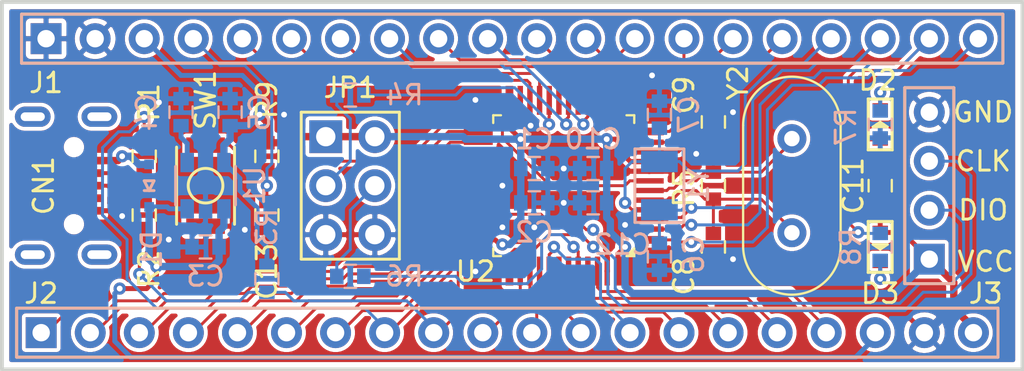
<source format=kicad_pcb>
(kicad_pcb (version 20171130) (host pcbnew "(5.1.5-rc1-5-g37f23fa53)-1")
  (layers (0 F.Cu signal) (31 B.Cu signal) (34 B.Paste user) (35 F.Paste user) (36 B.SilkS user) (37 F.SilkS user) (38 B.Mask user) (39 F.Mask user) (44 Edge.Cuts user))
  (net 0 "")
  (net 1 GND)
  (net 2 VCC)
  (net 3 "Net-(C4-Pad1)")
  (net 4 /PC14)
  (net 5 /PC15)
  (net 6 /NRST)
  (net 7 "Net-(CN1-Pad4)")
  (net 8 "Net-(CN1-Pad1)")
  (net 9 "Net-(D2-Pad1)")
  (net 10 "Net-(D3-Pad1)")
  (net 11 /PB11)
  (net 12 /PB10)
  (net 13 /PB1)
  (net 14 /PB0)
  (net 15 /PA7)
  (net 16 /PA6)
  (net 17 /PA5)
  (net 18 /PA4)
  (net 19 /PA3)
  (net 20 /PA2)
  (net 21 /PA1)
  (net 22 /PA0)
  (net 23 /PC13)
  (net 24 /VBAT)
  (net 25 /PB12)
  (net 26 /PB13)
  (net 27 /PB14)
  (net 28 /PB15)
  (net 29 /PA8)
  (net 30 /PA9)
  (net 31 /PA10)
  (net 32 /PA11)
  (net 33 /PA12)
  (net 34 /PA15)
  (net 35 /PB3)
  (net 36 /PB4)
  (net 37 /PB5)
  (net 38 /PB6)
  (net 39 /PB7)
  (net 40 /PB8)
  (net 41 /PB9)
  (net 42 /PA14)
  (net 43 /PA13)
  (net 44 /BOOT0)
  (net 45 VBUS)
  (net 46 "Net-(C8-Pad1)")
  (net 47 "Net-(C9-Pad1)")
  (net 48 /USBD+)
  (net 49 /USBD-)
  (net 50 /BOOT1)
  (net 51 "Net-(R4-Pad2)")
  (net 52 "Net-(R6-Pad1)")
  (module footprint:SOT23-5 (layer B.Cu) (at 125.095 101.6 90)
    (fp_text reference U1 (at 0 2.54 90) (layer B.SilkS) (effects (font (size 1.016 1.016) (thickness 0.1524)) (justify mirror)))
    (fp_text value CAT6219)
    (pad 5 smd rect (at 1.2 0.95 90) (size 1 0.7) (layers B.Cu B.Paste B.Mask) (net 2 VCC))
    (pad 4 smd rect (at 1.2 -0.95 90) (size 1 0.7) (layers B.Cu B.Paste B.Mask) (net 3 "Net-(C4-Pad1)"))
    (pad 3 smd rect (at -1.2 -0.95 90) (size 1 0.7) (layers B.Cu B.Paste B.Mask) (net 45 VBUS))
    (pad 2 smd rect (at -1.2 0 90) (size 1 0.7) (layers B.Cu B.Paste B.Mask) (net 1 GND))
    (pad 1 smd rect (at -1.2 0.95 90) (size 1 0.7) (layers B.Cu B.Paste B.Mask) (net 45 VBUS))
  )
  (module footprint:SOT313-2 (layer F.Cu) (at 143.637 101.6 180)
    (fp_text reference U2 (at 4.572 -4.445) (layer F.SilkS) (effects (font (size 1.016 1.016) (thickness 0.1524))))
    (fp_text value STM32F103C8T)
    (pad 48 smd rect (at -2.81 -4.425 180) (size 0.4 1.5) (layers F.Cu F.Paste F.Mask) (net 2 VCC))
    (pad 47 smd rect (at -2.25 -4.425 180) (size 0.28 1.5) (layers F.Cu F.Paste F.Mask) (net 1 GND))
    (pad 46 smd rect (at -1.75 -4.425 180) (size 0.28 1.5) (layers F.Cu F.Paste F.Mask) (net 41 /PB9))
    (pad 45 smd rect (at -1.25 -4.425 180) (size 0.28 1.5) (layers F.Cu F.Paste F.Mask) (net 40 /PB8))
    (pad 44 smd rect (at -0.75 -4.425 180) (size 0.28 1.5) (layers F.Cu F.Paste F.Mask) (net 52 "Net-(R6-Pad1)"))
    (pad 43 smd rect (at -0.25 -4.425 180) (size 0.28 1.5) (layers F.Cu F.Paste F.Mask) (net 39 /PB7))
    (pad 42 smd rect (at 0.25 -4.425 180) (size 0.28 1.5) (layers F.Cu F.Paste F.Mask) (net 38 /PB6))
    (pad 41 smd rect (at 0.75 -4.425 180) (size 0.28 1.5) (layers F.Cu F.Paste F.Mask) (net 37 /PB5))
    (pad 40 smd rect (at 1.25 -4.425 180) (size 0.28 1.5) (layers F.Cu F.Paste F.Mask) (net 36 /PB4))
    (pad 39 smd rect (at 1.75 -4.425 180) (size 0.28 1.5) (layers F.Cu F.Paste F.Mask) (net 35 /PB3))
    (pad 38 smd rect (at 2.25 -4.425 180) (size 0.28 1.5) (layers F.Cu F.Paste F.Mask) (net 34 /PA15))
    (pad 37 smd rect (at 2.81 -4.425 180) (size 0.4 1.5) (layers F.Cu F.Paste F.Mask) (net 42 /PA14))
    (pad 36 smd rect (at 4.425 -2.81 270) (size 0.4 1.5) (layers F.Cu F.Paste F.Mask) (net 2 VCC))
    (pad 35 smd rect (at 4.425 -2.25 270) (size 0.28 1.5) (layers F.Cu F.Paste F.Mask) (net 1 GND))
    (pad 34 smd rect (at 4.425 -1.75 270) (size 0.28 1.5) (layers F.Cu F.Paste F.Mask) (net 43 /PA13))
    (pad 33 smd rect (at 4.425 -1.25 270) (size 0.28 1.5) (layers F.Cu F.Paste F.Mask) (net 33 /PA12))
    (pad 32 smd rect (at 4.425 -0.75 270) (size 0.28 1.5) (layers F.Cu F.Paste F.Mask) (net 32 /PA11))
    (pad 31 smd rect (at 4.425 -0.25 270) (size 0.28 1.5) (layers F.Cu F.Paste F.Mask) (net 31 /PA10))
    (pad 30 smd rect (at 4.425 0.25 270) (size 0.28 1.5) (layers F.Cu F.Paste F.Mask) (net 30 /PA9))
    (pad 29 smd rect (at 4.425 0.75 270) (size 0.28 1.5) (layers F.Cu F.Paste F.Mask) (net 29 /PA8))
    (pad 28 smd rect (at 4.425 1.25 270) (size 0.28 1.5) (layers F.Cu F.Paste F.Mask) (net 28 /PB15))
    (pad 27 smd rect (at 4.425 1.75 270) (size 0.28 1.5) (layers F.Cu F.Paste F.Mask) (net 27 /PB14))
    (pad 26 smd rect (at 4.425 2.25 270) (size 0.28 1.5) (layers F.Cu F.Paste F.Mask) (net 26 /PB13))
    (pad 25 smd rect (at 4.425 2.81 270) (size 0.4 1.5) (layers F.Cu F.Paste F.Mask) (net 25 /PB12))
    (pad 24 smd rect (at 2.81 4.425 180) (size 0.4 1.5) (layers F.Cu F.Paste F.Mask) (net 2 VCC))
    (pad 23 smd rect (at 2.25 4.425 180) (size 0.28 1.5) (layers F.Cu F.Paste F.Mask) (net 1 GND))
    (pad 22 smd rect (at 1.75 4.425 180) (size 0.28 1.5) (layers F.Cu F.Paste F.Mask) (net 11 /PB11))
    (pad 21 smd rect (at 1.25 4.425 180) (size 0.28 1.5) (layers F.Cu F.Paste F.Mask) (net 12 /PB10))
    (pad 20 smd rect (at 0.75 4.425 180) (size 0.28 1.5) (layers F.Cu F.Paste F.Mask) (net 51 "Net-(R4-Pad2)"))
    (pad 19 smd rect (at 0.25 4.425 180) (size 0.28 1.5) (layers F.Cu F.Paste F.Mask) (net 13 /PB1))
    (pad 18 smd rect (at -0.25 4.425 180) (size 0.28 1.5) (layers F.Cu F.Paste F.Mask) (net 14 /PB0))
    (pad 17 smd rect (at -0.75 4.425 180) (size 0.28 1.5) (layers F.Cu F.Paste F.Mask) (net 15 /PA7))
    (pad 16 smd rect (at -1.25 4.425 180) (size 0.28 1.5) (layers F.Cu F.Paste F.Mask) (net 16 /PA6))
    (pad 15 smd rect (at -1.75 4.425 180) (size 0.28 1.5) (layers F.Cu F.Paste F.Mask) (net 17 /PA5))
    (pad 14 smd rect (at -2.25 4.425 180) (size 0.28 1.5) (layers F.Cu F.Paste F.Mask) (net 18 /PA4))
    (pad 13 smd rect (at -2.81 4.425 180) (size 0.4 1.5) (layers F.Cu F.Paste F.Mask) (net 19 /PA3))
    (pad 12 smd rect (at -4.425 2.81 270) (size 0.4 1.5) (layers F.Cu F.Paste F.Mask) (net 20 /PA2))
    (pad 11 smd rect (at -4.425 2.25 270) (size 0.28 1.5) (layers F.Cu F.Paste F.Mask) (net 21 /PA1))
    (pad 10 smd rect (at -4.425 1.75 270) (size 0.28 1.5) (layers F.Cu F.Paste F.Mask) (net 22 /PA0))
    (pad 9 smd rect (at -4.425 1.25 270) (size 0.28 1.5) (layers F.Cu F.Paste F.Mask) (net 2 VCC))
    (pad 8 smd rect (at -4.425 0.75 270) (size 0.28 1.5) (layers F.Cu F.Paste F.Mask) (net 1 GND))
    (pad 7 smd rect (at -4.425 0.25 270) (size 0.28 1.5) (layers F.Cu F.Paste F.Mask) (net 6 /NRST))
    (pad 6 smd rect (at -4.425 -0.25 270) (size 0.28 1.5) (layers F.Cu F.Paste F.Mask) (net 47 "Net-(C9-Pad1)"))
    (pad 5 smd rect (at -4.425 -0.75 270) (size 0.28 1.5) (layers F.Cu F.Paste F.Mask) (net 46 "Net-(C8-Pad1)"))
    (pad 4 smd rect (at -4.425 -1.25 270) (size 0.28 1.5) (layers F.Cu F.Paste F.Mask) (net 5 /PC15))
    (pad 3 smd rect (at -4.425 -1.75 270) (size 0.28 1.5) (layers F.Cu F.Paste F.Mask) (net 4 /PC14))
    (pad 2 smd rect (at -4.425 -2.25 270) (size 0.28 1.5) (layers F.Cu F.Paste F.Mask) (net 23 /PC13))
    (pad 1 smd rect (at -4.425 -2.81 270) (size 0.4 1.5) (layers F.Cu F.Paste F.Mask) (net 24 /VBAT))
  )
  (module footprint:TSY3420 (layer F.Cu) (at 125.095 101.6 90)
    (fp_text reference SW1 (at 4.445 0 90) (layer F.SilkS) (effects (font (size 1.016 1.016) (thickness 0.1524))))
    (fp_text value SW_Push_2P)
    (pad 2 smd rect (at 2.1 0 90) (size 0.8 2) (layers F.Cu F.Paste F.Mask) (net 6 /NRST))
    (pad 1 smd rect (at -2.1 0 90) (size 0.8 2) (layers F.Cu F.Paste F.Mask) (net 1 GND))
  )
  (module footprint:PinHeader_1X20_P2.54mm (layer F.Cu) (at 116.586 109.22)
    (fp_text reference J2 (at 0 -2.032) (layer F.SilkS) (effects (font (size 1.016 1.016) (thickness 0.1524))))
    (fp_text value 1x20_HDR)
    (pad 20 thru_hole circle (at 48.26 0) (size 1.6002 1.6002) (drill 0.9) (layers *.Cu *.Mask) (net 2 VCC))
    (pad 19 thru_hole circle (at 45.72 0) (size 1.6002 1.6002) (drill 0.9) (layers *.Cu *.Mask) (net 1 GND))
    (pad 18 thru_hole circle (at 43.18 0) (size 1.6002 1.6002) (drill 0.9) (layers *.Cu *.Mask) (net 45 VBUS))
    (pad 17 thru_hole circle (at 40.64 0) (size 1.6002 1.6002) (drill 0.9) (layers *.Cu *.Mask) (net 41 /PB9))
    (pad 16 thru_hole circle (at 38.1 0) (size 1.6002 1.6002) (drill 0.9) (layers *.Cu *.Mask) (net 40 /PB8))
    (pad 15 thru_hole circle (at 35.56 0) (size 1.6002 1.6002) (drill 0.9) (layers *.Cu *.Mask) (net 39 /PB7))
    (pad 14 thru_hole circle (at 33.02 0) (size 1.6002 1.6002) (drill 0.9) (layers *.Cu *.Mask) (net 38 /PB6))
    (pad 13 thru_hole circle (at 30.48 0) (size 1.6002 1.6002) (drill 0.9) (layers *.Cu *.Mask) (net 37 /PB5))
    (pad 12 thru_hole circle (at 27.94 0) (size 1.6002 1.6002) (drill 0.9) (layers *.Cu *.Mask) (net 36 /PB4))
    (pad 11 thru_hole circle (at 25.4 0) (size 1.6002 1.6002) (drill 0.9) (layers *.Cu *.Mask) (net 35 /PB3))
    (pad 10 thru_hole circle (at 22.86 0) (size 1.6002 1.6002) (drill 0.9) (layers *.Cu *.Mask) (net 34 /PA15))
    (pad 9 thru_hole circle (at 20.32 0) (size 1.6002 1.6002) (drill 0.9) (layers *.Cu *.Mask) (net 33 /PA12))
    (pad 8 thru_hole circle (at 17.78 0) (size 1.6002 1.6002) (drill 0.9) (layers *.Cu *.Mask) (net 32 /PA11))
    (pad 7 thru_hole circle (at 15.24 0) (size 1.6002 1.6002) (drill 0.9) (layers *.Cu *.Mask) (net 31 /PA10))
    (pad 6 thru_hole circle (at 12.7 0) (size 1.6002 1.6002) (drill 0.9) (layers *.Cu *.Mask) (net 30 /PA9))
    (pad 5 thru_hole circle (at 10.16 0) (size 1.6002 1.6002) (drill 0.9) (layers *.Cu *.Mask) (net 29 /PA8))
    (pad 4 thru_hole circle (at 7.62 0) (size 1.6002 1.6002) (drill 0.9) (layers *.Cu *.Mask) (net 28 /PB15))
    (pad 3 thru_hole circle (at 5.08 0) (size 1.6002 1.6002) (drill 0.9) (layers *.Cu *.Mask) (net 27 /PB14))
    (pad 2 thru_hole circle (at 2.54 0) (size 1.6002 1.6002) (drill 0.9) (layers *.Cu *.Mask) (net 26 /PB13))
    (pad 1 thru_hole rect (at 0 0) (size 1.6002 1.6002) (drill 0.9) (layers *.Cu *.Mask) (net 25 /PB12))
  )
  (module footprint:PinHeader_1X20_P2.54mm (layer F.Cu) (at 116.84 93.98)
    (fp_text reference J1 (at 0 2.286) (layer F.SilkS) (effects (font (size 1.016 1.016) (thickness 0.1524))))
    (fp_text value 1x20_HDR)
    (pad 20 thru_hole circle (at 48.26 0) (size 1.6002 1.6002) (drill 0.9) (layers *.Cu *.Mask) (net 24 /VBAT))
    (pad 19 thru_hole circle (at 45.72 0) (size 1.6002 1.6002) (drill 0.9) (layers *.Cu *.Mask) (net 23 /PC13))
    (pad 18 thru_hole circle (at 43.18 0) (size 1.6002 1.6002) (drill 0.9) (layers *.Cu *.Mask) (net 4 /PC14))
    (pad 17 thru_hole circle (at 40.64 0) (size 1.6002 1.6002) (drill 0.9) (layers *.Cu *.Mask) (net 5 /PC15))
    (pad 16 thru_hole circle (at 38.1 0) (size 1.6002 1.6002) (drill 0.9) (layers *.Cu *.Mask) (net 22 /PA0))
    (pad 15 thru_hole circle (at 35.56 0) (size 1.6002 1.6002) (drill 0.9) (layers *.Cu *.Mask) (net 21 /PA1))
    (pad 14 thru_hole circle (at 33.02 0) (size 1.6002 1.6002) (drill 0.9) (layers *.Cu *.Mask) (net 20 /PA2))
    (pad 13 thru_hole circle (at 30.48 0) (size 1.6002 1.6002) (drill 0.9) (layers *.Cu *.Mask) (net 19 /PA3))
    (pad 12 thru_hole circle (at 27.94 0) (size 1.6002 1.6002) (drill 0.9) (layers *.Cu *.Mask) (net 18 /PA4))
    (pad 11 thru_hole circle (at 25.4 0) (size 1.6002 1.6002) (drill 0.9) (layers *.Cu *.Mask) (net 17 /PA5))
    (pad 10 thru_hole circle (at 22.86 0) (size 1.6002 1.6002) (drill 0.9) (layers *.Cu *.Mask) (net 16 /PA6))
    (pad 9 thru_hole circle (at 20.32 0) (size 1.6002 1.6002) (drill 0.9) (layers *.Cu *.Mask) (net 15 /PA7))
    (pad 8 thru_hole circle (at 17.78 0) (size 1.6002 1.6002) (drill 0.9) (layers *.Cu *.Mask) (net 14 /PB0))
    (pad 7 thru_hole circle (at 15.24 0) (size 1.6002 1.6002) (drill 0.9) (layers *.Cu *.Mask) (net 13 /PB1))
    (pad 6 thru_hole circle (at 12.7 0) (size 1.6002 1.6002) (drill 0.9) (layers *.Cu *.Mask) (net 12 /PB10))
    (pad 5 thru_hole circle (at 10.16 0) (size 1.6002 1.6002) (drill 0.9) (layers *.Cu *.Mask) (net 11 /PB11))
    (pad 4 thru_hole circle (at 7.62 0) (size 1.6002 1.6002) (drill 0.9) (layers *.Cu *.Mask) (net 6 /NRST))
    (pad 3 thru_hole circle (at 5.08 0) (size 1.6002 1.6002) (drill 0.9) (layers *.Cu *.Mask) (net 2 VCC))
    (pad 2 thru_hole circle (at 2.54 0) (size 1.6002 1.6002) (drill 0.9) (layers *.Cu *.Mask) (net 1 GND))
    (pad 1 thru_hole rect (at 0 0) (size 1.6002 1.6002) (drill 0.9) (layers *.Cu *.Mask) (net 1 GND))
  )
  (module footprint:R0603 (layer F.Cu) (at 128.27 100.076 90)
    (fp_text reference R9 (at 2.921 0 270) (layer F.SilkS) (effects (font (size 1.016 1.016) (thickness 0.1524))))
    (fp_text value 10K)
    (pad 2 smd rect (at 0.7 0 90) (size 0.7 0.8) (layers F.Cu F.Paste F.Mask) (net 2 VCC))
    (pad 1 smd rect (at -0.7 0 90) (size 0.7 0.8) (layers F.Cu F.Paste F.Mask) (net 6 /NRST))
  )
  (module footprint:R0603 (layer B.Cu) (at 128.27 106.426 270)
    (fp_text reference R3 (at -2.667 0 90) (layer B.SilkS) (effects (font (size 1.016 1.016) (thickness 0.1524)) (justify mirror)))
    (fp_text value 1K5)
    (pad 1 smd rect (at -0.7 0 270) (size 0.7 0.8) (layers B.Cu B.Paste B.Mask) (net 2 VCC))
    (pad 2 smd rect (at 0.7 0 270) (size 0.7 0.8) (layers B.Cu B.Paste B.Mask) (net 33 /PA12))
  )
  (module footprint:R0603 (layer B.Cu) (at 132.588 96.901)
    (fp_text reference R4 (at 2.794 0) (layer B.SilkS) (effects (font (size 1.016 1.016) (thickness 0.1524)) (justify mirror)))
    (fp_text value 100K)
    (pad 1 smd rect (at -0.7 0) (size 0.7 0.8) (layers B.Cu B.Paste B.Mask) (net 50 /BOOT1))
    (pad 2 smd rect (at 0.7 0) (size 0.7 0.8) (layers B.Cu B.Paste B.Mask) (net 51 "Net-(R4-Pad2)"))
  )
  (module footprint:R0603 (layer B.Cu) (at 132.588 106.299 180)
    (fp_text reference R6 (at -2.794 0) (layer B.SilkS) (effects (font (size 1.016 1.016) (thickness 0.1524)) (justify mirror)))
    (fp_text value 100K)
    (pad 1 smd rect (at -0.7 0 180) (size 0.7 0.8) (layers B.Cu B.Paste B.Mask) (net 52 "Net-(R6-Pad1)"))
    (pad 2 smd rect (at 0.7 0 180) (size 0.7 0.8) (layers B.Cu B.Paste B.Mask) (net 44 /BOOT0))
  )
  (module footprint:PinHeader_1x4_P2.54mm (layer F.Cu) (at 162.56 105.41 90)
    (fp_text reference J3 (at -1.778 2.921 180) (layer F.SilkS) (effects (font (size 1.016 1.016) (thickness 0.1524))))
    (fp_text value 1X4_HDR)
    (pad 1 thru_hole rect (at 0 0 90) (size 1.6002 1.6002) (drill 0.9) (layers *.Cu *.Mask) (net 2 VCC))
    (pad 2 thru_hole circle (at 2.54 0 90) (size 1.6002 1.6002) (drill 0.9) (layers *.Cu *.Mask) (net 43 /PA13))
    (pad 3 thru_hole circle (at 5.08 0 90) (size 1.6002 1.6002) (drill 0.9) (layers *.Cu *.Mask) (net 42 /PA14))
    (pad 4 thru_hole circle (at 7.62 0 90) (size 1.6002 1.6002) (drill 0.9) (layers *.Cu *.Mask) (net 1 GND))
  )
  (module footprint:MUFY-051T-4BH806 (layer F.Cu) (at 119.1 101.6 270)
    (fp_text reference CN1 (at 0 2.387 270) (layer F.SilkS) (effects (font (size 1.016 1.016) (thickness 0.1524))))
    (fp_text value CON-USB_5P)
    (pad 1 smd rect (at -1.3 0 270) (size 0.4 1.4) (layers F.Cu F.Paste F.Mask) (net 8 "Net-(CN1-Pad1)"))
    (pad 2 smd rect (at -0.65 0 270) (size 0.4 1.4) (layers F.Cu F.Paste F.Mask) (net 49 /USBD-))
    (pad 3 smd rect (at 0 0 270) (size 0.4 1.4) (layers F.Cu F.Paste F.Mask) (net 48 /USBD+))
    (pad 4 smd rect (at 0.65 0 270) (size 0.4 1.4) (layers F.Cu F.Paste F.Mask) (net 7 "Net-(CN1-Pad4)"))
    (pad 5 smd rect (at 1.3 0 270) (size 0.4 1.4) (layers F.Cu F.Paste F.Mask) (net 1 GND))
    (pad SH thru_hole oval (at -3.575 2.95 270) (size 1.05 1.85) (drill oval 0.45 1.25) (layers *.Cu *.Mask))
    (pad SH thru_hole oval (at 3.575 2.95 270) (size 1.05 1.85) (drill oval 0.45 1.25) (layers *.Cu *.Mask))
    (pad SH thru_hole oval (at 3.575 -0.5 270) (size 1.05 1.85) (drill oval 0.45 1.25) (layers *.Cu *.Mask))
    (pad SH thru_hole oval (at -3.575 -0.5 270) (size 1.05 1.85) (drill oval 0.45 1.25) (layers *.Cu *.Mask))
    (pad "" np_thru_hole circle (at 2 0.82 270) (size 0.65 0.65) (drill 0.65) (layers *.Cu *.Mask))
    (pad "" np_thru_hole circle (at -2 0.82 270) (size 0.65 0.65) (drill 0.65) (layers *.Cu *.Mask))
  )
  (module footprint:LED_0603 (layer F.Cu) (at 160.02 104.775 90)
    (fp_text reference D3 (at -2.413 0) (layer F.SilkS) (effects (font (size 1.016 1.016) (thickness 0.1524))))
    (fp_text value LED)
    (pad 1 smd rect (at -0.75 0 90) (size 0.7 0.8) (layers F.Cu F.Paste F.Mask) (net 10 "Net-(D3-Pad1)"))
    (pad 2 smd rect (at 0.75 0 90) (size 0.7 0.8) (layers F.Cu F.Paste F.Mask) (net 2 VCC))
  )
  (module footprint:LED_0603 (layer F.Cu) (at 160.02 98.425 270)
    (fp_text reference D2 (at -2.286 0.127 180) (layer F.SilkS) (effects (font (size 1.016 1.016) (thickness 0.1524))))
    (fp_text value LED)
    (pad 1 smd rect (at -0.75 0 270) (size 0.7 0.8) (layers F.Cu F.Paste F.Mask) (net 9 "Net-(D2-Pad1)"))
    (pad 2 smd rect (at 0.75 0 270) (size 0.7 0.8) (layers F.Cu F.Paste F.Mask) (net 2 VCC))
  )
  (module footprint:Crystal_HC49-U_Vertical (layer F.Cu) (at 155.448 104.04 90)
    (fp_text reference Y2 (at 7.774 -2.794 90) (layer F.SilkS))
    (fp_text value 8M)
    (pad 1 thru_hole circle (at 0 0 90) (size 1.5 1.5) (drill 0.8) (layers *.Cu *.Mask) (net 46 "Net-(C8-Pad1)"))
    (pad 2 thru_hole circle (at 4.88 0 90) (size 1.5 1.5) (drill 0.8) (layers *.Cu *.Mask) (net 47 "Net-(C9-Pad1)"))
  )
  (module footprint:R0603 (layer F.Cu) (at 151.384 101.6 90)
    (fp_text reference R5 (at -0.127 -1.524 270) (layer F.SilkS) (effects (font (size 1.016 1.016) (thickness 0.1524))))
    (fp_text value 1M)
    (pad 1 smd rect (at -0.7 0 90) (size 0.7 0.8) (layers F.Cu F.Paste F.Mask) (net 46 "Net-(C8-Pad1)"))
    (pad 2 smd rect (at 0.7 0 90) (size 0.7 0.8) (layers F.Cu F.Paste F.Mask) (net 47 "Net-(C9-Pad1)"))
  )
  (module footprint:R0603 (layer B.Cu) (at 160.02 98.425 90)
    (fp_text reference R7 (at -0.127 -1.778 90) (layer B.SilkS) (effects (font (size 1.016 1.016) (thickness 0.1524)) (justify mirror)))
    (fp_text value 510R)
    (pad 1 smd rect (at -0.7 0 90) (size 0.7 0.8) (layers B.Cu B.Paste B.Mask) (net 1 GND))
    (pad 2 smd rect (at 0.7 0 90) (size 0.7 0.8) (layers B.Cu B.Paste B.Mask) (net 9 "Net-(D2-Pad1)"))
  )
  (module footprint:R0603 (layer B.Cu) (at 160.02 104.775 270)
    (fp_text reference R8 (at 0 1.524 90) (layer B.SilkS) (effects (font (size 1.016 1.016) (thickness 0.1524)) (justify mirror)))
    (fp_text value 510R)
    (pad 1 smd rect (at -0.7 0 270) (size 0.7 0.8) (layers B.Cu B.Paste B.Mask) (net 23 /PC13))
    (pad 2 smd rect (at 0.7 0 270) (size 0.7 0.8) (layers B.Cu B.Paste B.Mask) (net 10 "Net-(D3-Pad1)"))
  )
  (module footprint:SOD323 (layer B.Cu) (at 122.174 101.6 90)
    (fp_text reference D1 (at -3.302 0.127 90) (layer B.SilkS) (effects (font (size 1.016 1.016) (thickness 0.1524)) (justify mirror)))
    (fp_text value BAT760)
    (pad 1 smd rect (at -1.1 0 90) (size 0.5 0.5) (layers B.Cu B.Paste B.Mask) (net 45 VBUS))
    (pad 2 smd rect (at 1.1 0 90) (size 0.5 0.5) (layers B.Cu B.Paste B.Mask) (net 8 "Net-(CN1-Pad1)"))
  )
  (module footprint:X3215 (layer B.Cu) (at 148.59 101.6 90)
    (fp_text reference Y1 (at 0 2.032 270) (layer B.SilkS) (effects (font (size 1.016 1.016) (thickness 0.1524)) (justify mirror)))
    (fp_text value 32.768k)
    (pad 1 smd rect (at -1.25 0 90) (size 1.1 1.9) (layers B.Cu B.Paste B.Mask) (net 4 /PC14))
    (pad 2 smd rect (at 1.25 0 90) (size 1.1 1.9) (layers B.Cu B.Paste B.Mask) (net 5 /PC15))
  )
  (module footprint:R0603 (layer F.Cu) (at 121.92 103.124 90)
    (fp_text reference R2 (at -2.794 0.254 270) (layer F.SilkS) (effects (font (size 1.016 1.016) (thickness 0.1524))))
    (fp_text value 22R)
    (pad 1 smd rect (at -0.7 0 90) (size 0.7 0.8) (layers F.Cu F.Paste F.Mask) (net 33 /PA12))
    (pad 2 smd rect (at 0.7 0 90) (size 0.7 0.8) (layers F.Cu F.Paste F.Mask) (net 48 /USBD+))
  )
  (module footprint:R0603 (layer F.Cu) (at 121.92 100.076 270)
    (fp_text reference R1 (at -2.794 -0.254 90) (layer F.SilkS) (effects (font (size 1.016 1.016) (thickness 0.1524))))
    (fp_text value 22R)
    (pad 1 smd rect (at -0.7 0 270) (size 0.7 0.8) (layers F.Cu F.Paste F.Mask) (net 32 /PA11))
    (pad 2 smd rect (at 0.7 0 270) (size 0.7 0.8) (layers F.Cu F.Paste F.Mask) (net 49 /USBD-))
  )
  (module footprint:PinHeader_2x3_P2.54mm (layer F.Cu) (at 131.318 99.06)
    (fp_text reference JP1 (at 1.27 -2.54) (layer F.SilkS) (effects (font (size 1.016 1.016) (thickness 0.1524))))
    (fp_text value 2X3HDR)
    (pad 6 thru_hole oval (at 2.54 5.08) (size 1.7 1.7) (drill 1) (layers *.Cu *.Mask) (net 1 GND))
    (pad 5 thru_hole oval (at 0 5.08) (size 1.7 1.7) (drill 1) (layers *.Cu *.Mask) (net 1 GND))
    (pad 4 thru_hole oval (at 2.54 2.54) (size 1.7 1.7) (drill 1) (layers *.Cu *.Mask) (net 44 /BOOT0))
    (pad 3 thru_hole oval (at 0 2.54) (size 1.7 1.7) (drill 1) (layers *.Cu *.Mask) (net 50 /BOOT1))
    (pad 2 thru_hole oval (at 2.54 0) (size 1.7 1.7) (drill 1) (layers *.Cu *.Mask) (net 2 VCC))
    (pad 1 thru_hole rect (at 0 0) (size 1.7 1.7) (drill 1) (layers *.Cu *.Mask) (net 2 VCC))
  )
  (module footprint:C0603 (layer F.Cu) (at 128.27 103.124 270)
    (fp_text reference C13 (at 2.921 0 90) (layer F.SilkS) (effects (font (size 1.016 1.016) (thickness 0.1524))))
    (fp_text value 104)
    (pad 1 smd rect (at -0.7 0 270) (size 0.7 0.8) (layers F.Cu F.Paste F.Mask) (net 6 /NRST))
    (pad 2 smd rect (at 0.7 0 270) (size 0.7 0.8) (layers F.Cu F.Paste F.Mask) (net 1 GND))
  )
  (module footprint:C0603 (layer B.Cu) (at 145.161 102.489 180)
    (fp_text reference C12 (at -1.524 -2.159) (layer B.SilkS) (effects (font (size 1.016 1.016) (thickness 0.1524)) (justify mirror)))
    (fp_text value 104)
    (pad 1 smd rect (at -0.7 0 180) (size 0.7 0.8) (layers B.Cu B.Paste B.Mask) (net 2 VCC))
    (pad 2 smd rect (at 0.7 0 180) (size 0.7 0.8) (layers B.Cu B.Paste B.Mask) (net 1 GND))
  )
  (module footprint:C0603 (layer F.Cu) (at 160.02 101.6 90)
    (fp_text reference C11 (at 0 -1.397 90) (layer F.SilkS) (effects (font (size 1.016 1.016) (thickness 0.1524))))
    (fp_text value 104)
    (pad 1 smd rect (at -0.7 0 90) (size 0.7 0.8) (layers F.Cu F.Paste F.Mask) (net 2 VCC))
    (pad 2 smd rect (at 0.7 0 90) (size 0.7 0.8) (layers F.Cu F.Paste F.Mask) (net 1 GND))
  )
  (module footprint:C0603 (layer B.Cu) (at 145.161 100.711 180)
    (fp_text reference C10 (at 0 1.524) (layer B.SilkS) (effects (font (size 1.016 1.016) (thickness 0.1524)) (justify mirror)))
    (fp_text value 104)
    (pad 1 smd rect (at -0.7 0 180) (size 0.7 0.8) (layers B.Cu B.Paste B.Mask) (net 2 VCC))
    (pad 2 smd rect (at 0.7 0 180) (size 0.7 0.8) (layers B.Cu B.Paste B.Mask) (net 1 GND))
  )
  (module footprint:C0603 (layer F.Cu) (at 151.384 98.298 90)
    (fp_text reference C9 (at 1.397 -1.524 90) (layer F.SilkS) (effects (font (size 1.016 1.016) (thickness 0.1524))))
    (fp_text value 30p)
    (pad 1 smd rect (at -0.7 0 90) (size 0.7 0.8) (layers F.Cu F.Paste F.Mask) (net 47 "Net-(C9-Pad1)"))
    (pad 2 smd rect (at 0.7 0 90) (size 0.7 0.8) (layers F.Cu F.Paste F.Mask) (net 1 GND))
  )
  (module footprint:C0603 (layer F.Cu) (at 151.384 104.775 270)
    (fp_text reference C8 (at 1.524 1.524 270) (layer F.SilkS) (effects (font (size 1.016 1.016) (thickness 0.1524))))
    (fp_text value 30p)
    (pad 1 smd rect (at -0.7 0 270) (size 0.7 0.8) (layers F.Cu F.Paste F.Mask) (net 46 "Net-(C8-Pad1)"))
    (pad 2 smd rect (at 0.7 0 270) (size 0.7 0.8) (layers F.Cu F.Paste F.Mask) (net 1 GND))
  )
  (module footprint:C0603 (layer B.Cu) (at 148.59 97.917 90)
    (fp_text reference C7 (at 0 1.524 90) (layer B.SilkS) (effects (font (size 1.016 1.016) (thickness 0.1524)) (justify mirror)))
    (fp_text value 15p)
    (pad 1 smd rect (at -0.7 0 90) (size 0.7 0.8) (layers B.Cu B.Paste B.Mask) (net 5 /PC15))
    (pad 2 smd rect (at 0.7 0 90) (size 0.7 0.8) (layers B.Cu B.Paste B.Mask) (net 1 GND))
  )
  (module footprint:C0603 (layer B.Cu) (at 148.59 105.283 270)
    (fp_text reference C6 (at -0.127 -1.778 90) (layer B.SilkS) (effects (font (size 1.016 1.016) (thickness 0.1524)) (justify mirror)))
    (fp_text value 15p)
    (pad 1 smd rect (at -0.7 0 270) (size 0.7 0.8) (layers B.Cu B.Paste B.Mask) (net 4 /PC14))
    (pad 2 smd rect (at 0.7 0 270) (size 0.7 0.8) (layers B.Cu B.Paste B.Mask) (net 1 GND))
  )
  (module footprint:C0603 (layer B.Cu) (at 126.365 97.79 90)
    (fp_text reference C5 (at 0 1.524 90) (layer B.SilkS) (effects (font (size 1.016 1.016) (thickness 0.1524)) (justify mirror)))
    (fp_text value 105)
    (pad 1 smd rect (at -0.7 0 90) (size 0.7 0.8) (layers B.Cu B.Paste B.Mask) (net 2 VCC))
    (pad 2 smd rect (at 0.7 0 90) (size 0.7 0.8) (layers B.Cu B.Paste B.Mask) (net 1 GND))
  )
  (module footprint:C0603 (layer B.Cu) (at 123.825 97.79 90)
    (fp_text reference C4 (at 0 -1.778 90) (layer B.SilkS) (effects (font (size 1.016 1.016) (thickness 0.1524)) (justify mirror)))
    (fp_text value 103)
    (pad 1 smd rect (at -0.7 0 90) (size 0.7 0.8) (layers B.Cu B.Paste B.Mask) (net 3 "Net-(C4-Pad1)"))
    (pad 2 smd rect (at 0.7 0 90) (size 0.7 0.8) (layers B.Cu B.Paste B.Mask) (net 1 GND))
  )
  (module footprint:C0603 (layer B.Cu) (at 125.095 104.775 180)
    (fp_text reference C3 (at 0 -1.524) (layer B.SilkS) (effects (font (size 1.016 1.016) (thickness 0.1524)) (justify mirror)))
    (fp_text value 105)
    (pad 1 smd rect (at -0.7 0 180) (size 0.7 0.8) (layers B.Cu B.Paste B.Mask) (net 45 VBUS))
    (pad 2 smd rect (at 0.7 0 180) (size 0.7 0.8) (layers B.Cu B.Paste B.Mask) (net 1 GND))
  )
  (module footprint:C0603 (layer B.Cu) (at 142.113 102.489)
    (fp_text reference C2 (at 0 1.524) (layer B.SilkS) (effects (font (size 1.016 1.016) (thickness 0.1524)) (justify mirror)))
    (fp_text value 104)
    (pad 1 smd rect (at -0.7 0) (size 0.7 0.8) (layers B.Cu B.Paste B.Mask) (net 2 VCC))
    (pad 2 smd rect (at 0.7 0) (size 0.7 0.8) (layers B.Cu B.Paste B.Mask) (net 1 GND))
  )
  (module footprint:C0603 (layer B.Cu) (at 142.113 100.711)
    (fp_text reference C1 (at 0 -1.524) (layer B.SilkS) (effects (font (size 1.016 1.016) (thickness 0.1524)) (justify mirror)))
    (fp_text value 104)
    (pad 1 smd rect (at -0.7 0) (size 0.7 0.8) (layers B.Cu B.Paste B.Mask) (net 2 VCC))
    (pad 2 smd rect (at 0.7 0) (size 0.7 0.8) (layers B.Cu B.Paste B.Mask) (net 1 GND))
  )
  (gr_text DIO (at 165.354 102.87) (layer F.SilkS) (effects (font (size 1.016 1.016) (thickness 0.1524))))
  (gr_text CLK (at 165.354 100.33) (layer F.SilkS) (effects (font (size 1.016 1.016) (thickness 0.1524))))
  (gr_text GND (at 165.354 97.79) (layer F.SilkS) (effects (font (size 1.016 1.016) (thickness 0.1524))))
  (gr_text VCC (at 165.481 105.537) (layer F.SilkS) (effects (font (size 1.016 1.016) (thickness 0.1524))))
  (gr_line (start 167.386 111.125) (end 114.554 111.125) (layer Edge.Cuts) (width 0.2))
  (gr_line (start 114.554 111.125) (end 114.554 92.075) (layer Edge.Cuts) (width 0.2))
  (gr_line (start 114.554 92.075) (end 167.386 92.075) (layer Edge.Cuts) (width 0.2))
  (gr_line (start 167.386 92.075) (end 167.386 111.125) (layer Edge.Cuts) (width 0.2))
  (segment (start 125.095 97.09) (end 126.365 97.09) (width 0.254) (layer B.Cu) (net 1))
  (segment (start 123.825 97.09) (end 125.095 97.09) (width 0.254) (layer B.Cu) (net 1))
  (segment (start 161.29 99.06) (end 162.56 97.79) (width 0.254) (layer F.Cu) (net 1))
  (segment (start 161.29 100.584) (end 161.29 99.06) (width 0.254) (layer F.Cu) (net 1))
  (segment (start 160.02 100.9) (end 160.974 100.9) (width 0.254) (layer F.Cu) (net 1))
  (segment (start 160.974 100.9) (end 161.29 100.584) (width 0.254) (layer F.Cu) (net 1))
  (segment (start 161.225 99.125) (end 162.56 97.79) (width 0.254) (layer B.Cu) (net 1))
  (segment (start 160.02 99.125) (end 161.225 99.125) (width 0.254) (layer B.Cu) (net 1))
  (via (at 152.4 97.79) (size 0.635) (drill 0.3) (layers F.Cu B.Cu) (net 1))
  (segment (start 152.4 97.79) (end 152.335 97.725) (width 0.254) (layer F.Cu) (net 1))
  (segment (start 156.083 97.79) (end 152.4 97.79) (width 0.254) (layer F.Cu) (net 1))
  (segment (start 157.099 98.806) (end 156.083 97.79) (width 0.254) (layer F.Cu) (net 1))
  (segment (start 157.099 104.267) (end 157.099 98.806) (width 0.254) (layer F.Cu) (net 1))
  (segment (start 152.4 105.41) (end 152.335 105.475) (width 0.254) (layer F.Cu) (net 1))
  (via (at 152.4 105.41) (size 0.635) (drill 0.3) (layers F.Cu B.Cu) (net 1))
  (segment (start 152.4 105.41) (end 155.956 105.41) (width 0.254) (layer F.Cu) (net 1))
  (segment (start 152.335 105.475) (end 151.384 105.475) (width 0.254) (layer F.Cu) (net 1))
  (segment (start 155.956 105.41) (end 157.099 104.267) (width 0.254) (layer F.Cu) (net 1))
  (segment (start 151.827 97.217) (end 148.59 97.217) (width 0.254) (layer B.Cu) (net 1))
  (segment (start 152.4 97.79) (end 151.827 97.217) (width 0.254) (layer B.Cu) (net 1))
  (segment (start 151.827 105.983) (end 148.59 105.983) (width 0.254) (layer B.Cu) (net 1))
  (segment (start 152.4 105.41) (end 151.827 105.983) (width 0.254) (layer B.Cu) (net 1))
  (segment (start 129.8575 104.14) (end 131.318 104.14) (width 0.254) (layer F.Cu) (net 1))
  (segment (start 131.318 104.14) (end 133.858 104.14) (width 0.254) (layer F.Cu) (net 1))
  (via (at 120.777 103.176) (size 0.635) (drill 0.3) (layers F.Cu B.Cu) (net 1))
  (via (at 139.065 106.045) (size 0.635) (drill 0.3) (layers F.Cu B.Cu) (net 1))
  (segment (start 165.354 100.584) (end 162.56 97.79) (width 0.254) (layer B.Cu) (net 1))
  (segment (start 162.56 109.22) (end 165.354 106.426) (width 0.254) (layer B.Cu) (net 1))
  (segment (start 165.354 106.426) (end 165.354 100.584) (width 0.254) (layer B.Cu) (net 1))
  (segment (start 120.501 102.9) (end 120.777 103.176) (width 0.254) (layer F.Cu) (net 1))
  (segment (start 119.1 102.9) (end 120.501 102.9) (width 0.254) (layer F.Cu) (net 1))
  (segment (start 118.11 92.71) (end 119.38 93.98) (width 0.254) (layer F.Cu) (net 1))
  (segment (start 116.84 93.98) (end 116.84 92.71) (width 0.254) (layer F.Cu) (net 1))
  (segment (start 116.84 92.71) (end 118.11 92.71) (width 0.254) (layer F.Cu) (net 1))
  (segment (start 129.5415 103.824) (end 129.8575 104.14) (width 0.254) (layer F.Cu) (net 1))
  (segment (start 128.27 103.824) (end 129.5415 103.824) (width 0.254) (layer F.Cu) (net 1))
  (via (at 139.065 97.155) (size 0.635) (drill 0.3) (layers F.Cu B.Cu) (net 1))
  (via (at 129.159 97.917) (size 0.635) (drill 0.3) (layers F.Cu B.Cu) (net 1))
  (segment (start 124.4 104.77) (end 124.395 104.775) (width 0.254) (layer B.Cu) (net 1))
  (segment (start 124.4 104.2) (end 124.4 104.77) (width 0.254) (layer B.Cu) (net 1))
  (segment (start 125.095 103.505) (end 124.4 104.2) (width 0.254) (layer B.Cu) (net 1))
  (via (at 143.637 102.489) (size 0.635) (drill 0.3) (layers F.Cu B.Cu) (net 1))
  (via (at 140.462 103.759) (size 0.635) (drill 0.3) (layers F.Cu B.Cu) (net 1))
  (segment (start 140.172 103.759) (end 140.081 103.85) (width 0.254) (layer F.Cu) (net 1))
  (segment (start 140.462 103.759) (end 140.172 103.759) (width 0.254) (layer F.Cu) (net 1))
  (segment (start 140.081 103.85) (end 139.212 103.85) (width 0.254) (layer F.Cu) (net 1))
  (segment (start 123.571 104.775) (end 124.395 104.775) (width 0.254) (layer B.Cu) (net 1))
  (segment (start 123.19 104.394) (end 123.571 104.775) (width 0.254) (layer B.Cu) (net 1))
  (via (at 123.19 104.394) (size 0.635) (drill 0.3) (layers F.Cu B.Cu) (net 1))
  (segment (start 120.575 103.176) (end 120.777 103.176) (width 0.254) (layer B.Cu) (net 1))
  (segment (start 120.142 102.743) (end 120.575 103.176) (width 0.254) (layer B.Cu) (net 1))
  (segment (start 120.777 99.187) (end 120.142 99.822) (width 0.254) (layer B.Cu) (net 1))
  (segment (start 122.682 98.298) (end 121.793 99.187) (width 0.254) (layer B.Cu) (net 1))
  (segment (start 122.682 97.282) (end 122.874 97.09) (width 0.254) (layer B.Cu) (net 1))
  (segment (start 121.793 99.187) (end 120.777 99.187) (width 0.254) (layer B.Cu) (net 1))
  (via (at 122.682 97.282) (size 0.635) (drill 0.3) (layers F.Cu B.Cu) (net 1))
  (segment (start 122.682 97.282) (end 119.38 93.98) (width 0.254) (layer F.Cu) (net 1))
  (segment (start 120.142 99.822) (end 120.142 102.743) (width 0.254) (layer B.Cu) (net 1))
  (segment (start 122.874 97.09) (end 123.825 97.09) (width 0.254) (layer B.Cu) (net 1))
  (segment (start 122.682 97.282) (end 122.682 98.298) (width 0.254) (layer B.Cu) (net 1))
  (segment (start 125.095 102.8) (end 125.095 103.505) (width 0.254) (layer B.Cu) (net 1))
  (segment (start 125.095 102.8) (end 125.095 97.09) (width 0.254) (layer B.Cu) (net 1))
  (via (at 148.209 95.885) (size 0.635) (drill 0.3) (layers F.Cu B.Cu) (net 1))
  (segment (start 125.095 103.7) (end 123.376 103.7) (width 0.254) (layer F.Cu) (net 1))
  (segment (start 123.19 103.886) (end 123.19 104.394) (width 0.254) (layer F.Cu) (net 1))
  (segment (start 123.376 103.7) (end 123.19 103.886) (width 0.254) (layer F.Cu) (net 1))
  (segment (start 127.635 103.886) (end 127.697 103.824) (width 0.254) (layer F.Cu) (net 1))
  (segment (start 127.697 103.824) (end 128.27 103.824) (width 0.254) (layer F.Cu) (net 1))
  (segment (start 127.127 103.886) (end 127.635 103.886) (width 0.254) (layer F.Cu) (net 1))
  (via (at 127.127 103.886) (size 0.635) (drill 0.3) (layers F.Cu B.Cu) (net 1))
  (segment (start 126.873 103.886) (end 126.687 103.7) (width 0.254) (layer F.Cu) (net 1))
  (segment (start 127.127 103.886) (end 126.873 103.886) (width 0.254) (layer F.Cu) (net 1))
  (segment (start 126.687 103.7) (end 125.095 103.7) (width 0.254) (layer F.Cu) (net 1))
  (segment (start 143.637 100.711) (end 144.46 100.711) (width 0.254) (layer B.Cu) (net 1))
  (via (at 143.637 100.711) (size 0.635) (drill 0.3) (layers F.Cu B.Cu) (net 1))
  (segment (start 142.813 100.711) (end 143.637 100.711) (width 0.254) (layer B.Cu) (net 1))
  (segment (start 142.813 102.489) (end 143.637 102.489) (width 0.254) (layer B.Cu) (net 1))
  (segment (start 143.637 102.489) (end 144.399 102.489) (width 0.254) (layer B.Cu) (net 1))
  (via (at 142.113 103.759) (size 0.635) (drill 0.3) (layers F.Cu B.Cu) (net 1))
  (segment (start 142.113 103.759) (end 140.462 103.759) (width 0.254) (layer F.Cu) (net 1))
  (segment (start 138.2776 104.14) (end 133.858 104.14) (width 0.254) (layer B.Cu) (net 1))
  (segment (start 138.6586 103.759) (end 138.2776 104.14) (width 0.254) (layer B.Cu) (net 1))
  (segment (start 140.462 103.759) (end 138.6586 103.759) (width 0.254) (layer B.Cu) (net 1))
  (via (at 146.812 103.632) (size 0.635) (drill 0.3) (layers F.Cu B.Cu) (net 1))
  (via (at 140.462 101.6) (size 0.635) (drill 0.3) (layers F.Cu B.Cu) (net 1))
  (segment (start 152.208 97.598) (end 152.4 97.79) (width 0.254) (layer F.Cu) (net 1))
  (segment (start 151.384 97.598) (end 152.208 97.598) (width 0.254) (layer F.Cu) (net 1))
  (segment (start 150.495 99.949) (end 150.114 99.949) (width 0.254) (layer F.Cu) (net 1))
  (segment (start 152.4 99.695) (end 152.4 97.79) (width 0.254) (layer B.Cu) (net 1))
  (via (at 150.495 99.949) (size 0.635) (drill 0.3) (layers F.Cu B.Cu) (net 1))
  (segment (start 150.495 99.949) (end 152.146 99.949) (width 0.254) (layer B.Cu) (net 1))
  (segment (start 150.114 99.949) (end 149.213 100.85) (width 0.254) (layer F.Cu) (net 1))
  (segment (start 152.146 99.949) (end 152.4 99.695) (width 0.254) (layer B.Cu) (net 1))
  (segment (start 149.213 100.85) (end 148.062 100.85) (width 0.254) (layer F.Cu) (net 1))
  (segment (start 146.304 103.632) (end 146.812 103.632) (width 0.254) (layer F.Cu) (net 1))
  (segment (start 146.05 103.886) (end 146.304 103.632) (width 0.254) (layer F.Cu) (net 1))
  (segment (start 146.05 104.449) (end 146.05 103.886) (width 0.254) (layer F.Cu) (net 1))
  (segment (start 145.887 106.025) (end 145.887 104.612) (width 0.254) (layer F.Cu) (net 1))
  (segment (start 145.887 104.612) (end 146.05 104.449) (width 0.254) (layer F.Cu) (net 1))
  (segment (start 147.447 104.267) (end 146.812 103.632) (width 0.254) (layer B.Cu) (net 1))
  (segment (start 147.447 105.791) (end 147.447 104.267) (width 0.254) (layer B.Cu) (net 1))
  (segment (start 148.59 105.983) (end 147.639 105.983) (width 0.254) (layer B.Cu) (net 1))
  (segment (start 147.639 105.983) (end 147.447 105.791) (width 0.254) (layer B.Cu) (net 1))
  (segment (start 143.637 100.711) (end 143.637 102.489) (width 0.254) (layer B.Cu) (net 1))
  (segment (start 141.387 98.08) (end 141.605 98.298) (width 0.254) (layer F.Cu) (net 1))
  (segment (start 141.605 98.298) (end 141.732 98.298) (width 0.254) (layer F.Cu) (net 1))
  (via (at 141.9225 98.4885) (size 0.635) (drill 0.3) (layers F.Cu B.Cu) (net 1))
  (segment (start 141.387 97.175) (end 141.387 98.08) (width 0.254) (layer F.Cu) (net 1))
  (segment (start 141.732 98.298) (end 141.9225 98.4885) (width 0.254) (layer F.Cu) (net 1))
  (segment (start 142.113 98.679) (end 142.113 99.822) (width 0.254) (layer F.Cu) (net 1))
  (segment (start 141.9225 98.4885) (end 142.113 98.679) (width 0.254) (layer F.Cu) (net 1))
  (segment (start 142.113 99.822) (end 143.002 100.711) (width 0.254) (layer F.Cu) (net 1))
  (segment (start 143.002 100.711) (end 143.637 100.711) (width 0.254) (layer F.Cu) (net 1))
  (segment (start 146.8933 100.711) (end 143.637 100.711) (width 0.254) (layer F.Cu) (net 1))
  (segment (start 148.062 100.85) (end 147.0323 100.85) (width 0.254) (layer F.Cu) (net 1))
  (segment (start 147.0323 100.85) (end 146.8933 100.711) (width 0.254) (layer F.Cu) (net 1))
  (segment (start 143.383 103.759) (end 142.113 103.759) (width 0.254) (layer B.Cu) (net 1))
  (segment (start 143.637 102.489) (end 143.637 103.505) (width 0.254) (layer B.Cu) (net 1))
  (segment (start 143.637 103.505) (end 143.383 103.759) (width 0.254) (layer B.Cu) (net 1))
  (segment (start 155.956 105.41) (end 152.4 105.41) (width 0.254) (layer B.Cu) (net 1))
  (segment (start 157.099 104.267) (end 155.956 105.41) (width 0.254) (layer B.Cu) (net 1))
  (segment (start 157.099 100.203) (end 157.099 104.267) (width 0.254) (layer B.Cu) (net 1))
  (segment (start 160.02 99.125) (end 158.177 99.125) (width 0.254) (layer B.Cu) (net 1))
  (segment (start 158.177 99.125) (end 157.099 100.203) (width 0.254) (layer B.Cu) (net 1))
  (segment (start 127.316 98.49) (end 126.365 98.49) (width 0.381) (layer B.Cu) (net 2))
  (segment (start 123.825 95.885) (end 127 95.885) (width 0.254) (layer B.Cu) (net 2))
  (segment (start 127 95.885) (end 127.889 96.774) (width 0.254) (layer B.Cu) (net 2))
  (segment (start 127.889 96.774) (end 127.889 97.917) (width 0.254) (layer B.Cu) (net 2))
  (segment (start 121.92 93.98) (end 123.825 95.885) (width 0.254) (layer B.Cu) (net 2))
  (segment (start 127.889 97.917) (end 127.316 98.49) (width 0.381) (layer B.Cu) (net 2))
  (via (at 127.889 97.917) (size 0.635) (drill 0.3) (layers F.Cu B.Cu) (net 2))
  (segment (start 162.56 105.41) (end 161.175 104.025) (width 0.254) (layer F.Cu) (net 2))
  (segment (start 160.02 104.025) (end 161.175 104.025) (width 0.254) (layer F.Cu) (net 2))
  (segment (start 160.02 102.3) (end 160.02 104.025) (width 0.254) (layer F.Cu) (net 2))
  (segment (start 133.858 99.06) (end 131.318 99.06) (width 0.381) (layer F.Cu) (net 2))
  (segment (start 131.318 99.06) (end 129.54 99.06) (width 0.381) (layer F.Cu) (net 2))
  (segment (start 128.27 98.298) (end 127.889 97.917) (width 0.381) (layer F.Cu) (net 2))
  (segment (start 128.27 99.376) (end 128.27 98.298) (width 0.381) (layer F.Cu) (net 2))
  (segment (start 129.224 99.376) (end 129.54 99.06) (width 0.381) (layer F.Cu) (net 2))
  (segment (start 128.27 99.376) (end 129.224 99.376) (width 0.381) (layer F.Cu) (net 2))
  (segment (start 126.365 99.187) (end 126.365 98.49) (width 0.381) (layer B.Cu) (net 2))
  (segment (start 126.045 99.507) (end 126.365 99.187) (width 0.381) (layer B.Cu) (net 2))
  (segment (start 162.56 105.41) (end 162.6108 105.41) (width 0.254) (layer F.Cu) (net 2))
  (segment (start 163.83 106.6292) (end 162.6108 105.41) (width 0.381) (layer F.Cu) (net 2))
  (segment (start 165.1 109.22) (end 163.83 107.95) (width 0.381) (layer F.Cu) (net 2))
  (segment (start 163.83 107.95) (end 163.83 106.6292) (width 0.381) (layer F.Cu) (net 2))
  (via (at 145.86 99.187) (size 0.635) (drill 0.3) (layers F.Cu B.Cu) (net 2))
  (segment (start 145.861 99.188) (end 145.861 100.711) (width 0.381) (layer B.Cu) (net 2))
  (segment (start 145.86 99.187) (end 145.861 99.188) (width 0.381) (layer B.Cu) (net 2))
  (segment (start 133.858 99.06) (end 138.43 99.06) (width 0.381) (layer B.Cu) (net 2))
  (segment (start 138.43 99.06) (end 138.557 99.187) (width 0.381) (layer B.Cu) (net 2))
  (segment (start 145.861 102.489) (end 145.861 100.711) (width 0.381) (layer B.Cu) (net 2))
  (segment (start 141.413 100.711) (end 141.413 102.489) (width 0.381) (layer B.Cu) (net 2))
  (segment (start 140.097 104.41) (end 139.212 104.41) (width 0.254) (layer F.Cu) (net 2))
  (via (at 140.462 104.648) (size 0.635) (drill 0.3) (layers F.Cu B.Cu) (net 2))
  (segment (start 140.335 104.648) (end 140.097 104.41) (width 0.254) (layer F.Cu) (net 2))
  (segment (start 140.462 104.648) (end 140.335 104.648) (width 0.254) (layer F.Cu) (net 2))
  (segment (start 126.045 100.4) (end 126.045 99.507) (width 0.381) (layer B.Cu) (net 2))
  (segment (start 126.873 101.228) (end 126.045 100.4) (width 0.254) (layer B.Cu) (net 2))
  (segment (start 128.27 104.775) (end 127.762 104.267) (width 0.254) (layer B.Cu) (net 2))
  (segment (start 127.762 102.743) (end 126.873 101.854) (width 0.254) (layer B.Cu) (net 2))
  (segment (start 128.27 105.726) (end 128.27 104.775) (width 0.254) (layer B.Cu) (net 2))
  (segment (start 127.762 104.267) (end 127.762 102.743) (width 0.254) (layer B.Cu) (net 2))
  (segment (start 126.873 101.854) (end 126.873 101.228) (width 0.254) (layer B.Cu) (net 2))
  (segment (start 160.782 107.188) (end 162.56 105.41) (width 0.381) (layer B.Cu) (net 2))
  (segment (start 146.812 104.775) (end 146.812 106.807) (width 0.381) (layer B.Cu) (net 2))
  (segment (start 146.447 105.14) (end 146.447 106.025) (width 0.254) (layer F.Cu) (net 2))
  (via (at 146.812 104.775) (size 0.635) (drill 0.3) (layers F.Cu B.Cu) (net 2))
  (segment (start 145.861 103.251) (end 145.861 102.489) (width 0.381) (layer B.Cu) (net 2))
  (segment (start 147.193 107.188) (end 160.782 107.188) (width 0.381) (layer B.Cu) (net 2))
  (segment (start 146.812 104.775) (end 146.05 104.013) (width 0.381) (layer B.Cu) (net 2))
  (segment (start 146.05 104.013) (end 146.05 103.44) (width 0.381) (layer B.Cu) (net 2))
  (segment (start 146.812 106.807) (end 147.193 107.188) (width 0.381) (layer B.Cu) (net 2))
  (segment (start 146.812 104.775) (end 146.447 105.14) (width 0.254) (layer F.Cu) (net 2))
  (segment (start 146.05 103.44) (end 145.861 103.251) (width 0.381) (layer B.Cu) (net 2))
  (segment (start 141.224 103.505) (end 141.413 103.316) (width 0.381) (layer B.Cu) (net 2))
  (segment (start 141.224 104.267) (end 141.224 103.505) (width 0.381) (layer B.Cu) (net 2))
  (segment (start 140.462 104.648) (end 140.843 104.648) (width 0.381) (layer B.Cu) (net 2))
  (segment (start 141.413 103.316) (end 141.413 102.489) (width 0.381) (layer B.Cu) (net 2))
  (segment (start 140.843 104.648) (end 141.224 104.267) (width 0.381) (layer B.Cu) (net 2))
  (segment (start 147.086 100.35) (end 148.062 100.35) (width 0.254) (layer F.Cu) (net 2))
  (segment (start 146.939 100.203) (end 147.086 100.35) (width 0.254) (layer F.Cu) (net 2))
  (segment (start 145.86 99.187) (end 146.304 99.187) (width 0.254) (layer F.Cu) (net 2))
  (segment (start 146.939 99.822) (end 146.939 100.203) (width 0.254) (layer F.Cu) (net 2))
  (segment (start 146.304 99.187) (end 146.939 99.822) (width 0.254) (layer F.Cu) (net 2))
  (via (at 141.4 99.187) (size 0.635) (drill 0.3) (layers F.Cu B.Cu) (net 2))
  (segment (start 141.413 99.2) (end 141.413 100.711) (width 0.381) (layer B.Cu) (net 2))
  (segment (start 145.86 99.187) (end 141.4 99.187) (width 0.381) (layer B.Cu) (net 2))
  (segment (start 141.4 99.187) (end 138.557 99.187) (width 0.381) (layer B.Cu) (net 2))
  (segment (start 140.843 98.171) (end 140.843 98.63) (width 0.254) (layer F.Cu) (net 2))
  (segment (start 140.827 97.175) (end 140.827 98.155) (width 0.254) (layer F.Cu) (net 2))
  (segment (start 140.843 98.63) (end 141.4 99.187) (width 0.254) (layer F.Cu) (net 2))
  (segment (start 140.827 98.155) (end 140.843 98.171) (width 0.254) (layer F.Cu) (net 2))
  (segment (start 158.75 101.981) (end 159.069 102.3) (width 0.254) (layer F.Cu) (net 2))
  (segment (start 158.75 99.568) (end 158.75 101.981) (width 0.254) (layer F.Cu) (net 2))
  (segment (start 160.02 99.175) (end 159.143 99.175) (width 0.254) (layer F.Cu) (net 2))
  (segment (start 159.069 102.3) (end 160.02 102.3) (width 0.254) (layer F.Cu) (net 2))
  (segment (start 159.143 99.175) (end 158.75 99.568) (width 0.254) (layer F.Cu) (net 2))
  (segment (start 123.825 99.0943) (end 123.825 98.49) (width 0.254) (layer B.Cu) (net 3))
  (segment (start 124.145 99.4143) (end 123.825 99.0943) (width 0.254) (layer B.Cu) (net 3))
  (segment (start 124.145 100.4) (end 124.145 99.4143) (width 0.254) (layer B.Cu) (net 3))
  (segment (start 148.61 102.87) (end 148.59 102.85) (width 0.1524) (layer B.Cu) (net 4))
  (segment (start 149.606 102.87) (end 148.61 102.87) (width 0.1524) (layer B.Cu) (net 4))
  (segment (start 148.59 103.251) (end 148.59 102.87) (width 0.1524) (layer B.Cu) (net 4))
  (via (at 150.241 102.743) (size 0.635) (drill 0.3) (layers F.Cu B.Cu) (net 4))
  (segment (start 149.86 102.743) (end 150.241 102.743) (width 0.1524) (layer B.Cu) (net 4))
  (segment (start 148.717 102.87) (end 149.733 102.87) (width 0.1524) (layer B.Cu) (net 4))
  (segment (start 149.733 102.87) (end 149.86 102.743) (width 0.1524) (layer B.Cu) (net 4))
  (segment (start 148.59 104.583) (end 148.59 102.997) (width 0.1524) (layer B.Cu) (net 4))
  (segment (start 153.416 97.155) (end 153.416 102.362) (width 0.1524) (layer B.Cu) (net 4))
  (segment (start 158.75 95.25) (end 156.718 95.25) (width 0.1524) (layer B.Cu) (net 4))
  (segment (start 153.035 102.743) (end 150.241 102.743) (width 0.1524) (layer B.Cu) (net 4))
  (segment (start 156.718 95.25) (end 156.337 95.631) (width 0.1524) (layer B.Cu) (net 4))
  (segment (start 160.02 93.98) (end 158.75 95.25) (width 0.1524) (layer B.Cu) (net 4))
  (segment (start 154.94 95.631) (end 153.416 97.155) (width 0.1524) (layer B.Cu) (net 4))
  (segment (start 153.416 102.362) (end 153.035 102.743) (width 0.1524) (layer B.Cu) (net 4))
  (segment (start 156.337 95.631) (end 154.94 95.631) (width 0.1524) (layer B.Cu) (net 4))
  (segment (start 148.062 103.35) (end 148.999 103.35) (width 0.1524) (layer F.Cu) (net 4))
  (segment (start 148.999 103.35) (end 149.098 103.251) (width 0.1524) (layer F.Cu) (net 4))
  (segment (start 149.733 103.251) (end 149.098 103.251) (width 0.1524) (layer F.Cu) (net 4))
  (segment (start 150.241 102.743) (end 149.733 103.251) (width 0.1524) (layer F.Cu) (net 4))
  (segment (start 148.59 100.35) (end 148.59 98.679) (width 0.1524) (layer B.Cu) (net 5))
  (segment (start 148.59 98.617) (end 148.59 98.679) (width 0.1524) (layer B.Cu) (net 5))
  (via (at 146.812 102.489) (size 0.635) (drill 0.3) (layers F.Cu B.Cu) (net 5))
  (segment (start 147.173 102.85) (end 148.062 102.85) (width 0.1524) (layer F.Cu) (net 5))
  (segment (start 146.812 102.489) (end 147.173 102.85) (width 0.1524) (layer F.Cu) (net 5))
  (segment (start 156.083 95.25) (end 157.48 93.853) (width 0.1524) (layer B.Cu) (net 5))
  (segment (start 154.686 95.25) (end 156.083 95.25) (width 0.1524) (layer B.Cu) (net 5))
  (segment (start 153.035 96.901) (end 154.686 95.25) (width 0.1524) (layer B.Cu) (net 5))
  (segment (start 152.654 100.838) (end 153.035 100.457) (width 0.1524) (layer B.Cu) (net 5))
  (segment (start 150.114 100.838) (end 152.654 100.838) (width 0.1524) (layer B.Cu) (net 5))
  (segment (start 148.59 100.35) (end 149.626 100.35) (width 0.1524) (layer B.Cu) (net 5))
  (segment (start 149.626 100.35) (end 150.114 100.838) (width 0.1524) (layer B.Cu) (net 5))
  (segment (start 153.035 100.457) (end 153.035 96.901) (width 0.1524) (layer B.Cu) (net 5))
  (segment (start 147.173 100.35) (end 146.812 100.711) (width 0.1524) (layer B.Cu) (net 5))
  (segment (start 148.59 100.35) (end 147.173 100.35) (width 0.1524) (layer B.Cu) (net 5))
  (segment (start 146.812 100.711) (end 146.812 102.489) (width 0.1524) (layer B.Cu) (net 5))
  (segment (start 126.5443 99.695) (end 126.3493 99.5) (width 0.1524) (layer F.Cu) (net 6))
  (segment (start 126.873 99.695) (end 126.5443 99.695) (width 0.1524) (layer F.Cu) (net 6))
  (segment (start 126.3493 99.5) (end 125.095 99.5) (width 0.1524) (layer F.Cu) (net 6))
  (segment (start 128.27 100.776) (end 127.446 100.776) (width 0.1524) (layer F.Cu) (net 6))
  (segment (start 127.446 100.776) (end 127.254 100.584) (width 0.1524) (layer F.Cu) (net 6))
  (segment (start 127.254 100.076) (end 126.873 99.695) (width 0.1524) (layer F.Cu) (net 6))
  (segment (start 127.254 100.584) (end 127.254 100.076) (width 0.1524) (layer F.Cu) (net 6))
  (segment (start 128.27 100.77) (end 128.27 100.776) (width 0.1524) (layer F.Cu) (net 6))
  (segment (start 128.27 102.424) (end 128.27 101.6) (width 0.1524) (layer F.Cu) (net 6))
  (segment (start 128.27 101.6) (end 128.27 100.77) (width 0.1524) (layer F.Cu) (net 6))
  (via (at 128.27 101.6) (size 0.635) (drill 0.3) (layers F.Cu B.Cu) (net 6))
  (segment (start 128.27 100.711) (end 128.524 100.457) (width 0.1524) (layer B.Cu) (net 6))
  (segment (start 128.27 101.6) (end 128.27 100.711) (width 0.1524) (layer B.Cu) (net 6))
  (segment (start 127.127 95.377) (end 125.857 95.377) (width 0.1524) (layer B.Cu) (net 6))
  (segment (start 128.524 100.457) (end 128.524 96.774) (width 0.1524) (layer B.Cu) (net 6))
  (segment (start 125.857 95.377) (end 124.46 93.98) (width 0.1524) (layer B.Cu) (net 6))
  (segment (start 128.524 96.774) (end 127.127 95.377) (width 0.1524) (layer B.Cu) (net 6))
  (segment (start 147.0577 101.35) (end 148.062 101.35) (width 0.1524) (layer F.Cu) (net 6))
  (segment (start 142.9385 101.6) (end 146.8077 101.6) (width 0.1524) (layer F.Cu) (net 6))
  (segment (start 146.8077 101.6) (end 147.0577 101.35) (width 0.1524) (layer F.Cu) (net 6))
  (segment (start 129.475 100.776) (end 129.921 100.33) (width 0.1524) (layer F.Cu) (net 6))
  (segment (start 140.462 99.1235) (end 142.9385 101.6) (width 0.1524) (layer F.Cu) (net 6))
  (segment (start 140.462 98.425) (end 140.462 99.1235) (width 0.1524) (layer F.Cu) (net 6))
  (segment (start 137.6859 98.171) (end 140.208 98.171) (width 0.1524) (layer F.Cu) (net 6))
  (segment (start 128.27 100.776) (end 129.475 100.776) (width 0.1524) (layer F.Cu) (net 6))
  (segment (start 135.5269 100.33) (end 137.6859 98.171) (width 0.1524) (layer F.Cu) (net 6))
  (segment (start 140.208 98.171) (end 140.462 98.425) (width 0.1524) (layer F.Cu) (net 6))
  (segment (start 129.921 100.33) (end 135.5269 100.33) (width 0.1524) (layer F.Cu) (net 6))
  (segment (start 120.553 100.3) (end 119.1 100.3) (width 0.381) (layer F.Cu) (net 8))
  (segment (start 120.777 100.076) (end 121.22 100.076) (width 0.381) (layer B.Cu) (net 8))
  (via (at 120.777 100.076) (size 0.635) (drill 0.3) (layers F.Cu B.Cu) (net 8))
  (segment (start 120.777 100.076) (end 120.553 100.3) (width 0.381) (layer F.Cu) (net 8))
  (segment (start 121.22 100.076) (end 121.644 100.5) (width 0.381) (layer B.Cu) (net 8))
  (segment (start 121.644 100.5) (end 122.174 100.5) (width 0.381) (layer B.Cu) (net 8))
  (segment (start 160.02 96.774) (end 160.02 97.725) (width 0.2032) (layer B.Cu) (net 9))
  (via (at 160.02 96.774) (size 0.635) (drill 0.3) (layers F.Cu B.Cu) (net 9))
  (segment (start 160.02 96.774) (end 160.02 97.675) (width 0.2032) (layer F.Cu) (net 9))
  (segment (start 160.02 106.426) (end 160.02 105.525) (width 0.2032) (layer F.Cu) (net 10))
  (via (at 160.02 106.426) (size 0.635) (drill 0.3) (layers F.Cu B.Cu) (net 10))
  (segment (start 160.02 106.426) (end 160.02 105.475) (width 0.2032) (layer B.Cu) (net 10))
  (segment (start 141.887 96.294) (end 141.887 97.175) (width 0.1524) (layer F.Cu) (net 11))
  (segment (start 141.732 96.139) (end 141.887 96.294) (width 0.1524) (layer F.Cu) (net 11))
  (segment (start 127 93.98) (end 129.159 96.139) (width 0.1524) (layer F.Cu) (net 11))
  (segment (start 129.159 96.139) (end 141.732 96.139) (width 0.1524) (layer F.Cu) (net 11))
  (segment (start 131.3434 95.7834) (end 129.54 93.98) (width 0.1524) (layer F.Cu) (net 12))
  (segment (start 142.0114 95.7834) (end 131.3434 95.7834) (width 0.1524) (layer F.Cu) (net 12))
  (segment (start 142.387 97.175) (end 142.387 96.159) (width 0.1524) (layer F.Cu) (net 12))
  (segment (start 142.387 96.159) (end 142.0114 95.7834) (width 0.1524) (layer F.Cu) (net 12))
  (segment (start 133.5278 95.4278) (end 132.08 93.98) (width 0.1524) (layer F.Cu) (net 13))
  (segment (start 143.387 96.27) (end 143.256 96.139) (width 0.1524) (layer F.Cu) (net 13))
  (segment (start 143.002 96.139) (end 142.2908 95.4278) (width 0.1524) (layer F.Cu) (net 13))
  (segment (start 143.387 97.175) (end 143.387 96.27) (width 0.1524) (layer F.Cu) (net 13))
  (segment (start 143.256 96.139) (end 143.002 96.139) (width 0.1524) (layer F.Cu) (net 13))
  (segment (start 142.2908 95.4278) (end 133.5278 95.4278) (width 0.1524) (layer F.Cu) (net 13))
  (segment (start 143.764 98.425) (end 143.764 98.163) (width 0.1524) (layer F.Cu) (net 14))
  (segment (start 143.887 98.04) (end 143.887 97.175) (width 0.1524) (layer F.Cu) (net 14))
  (via (at 143.764 98.425) (size 0.635) (drill 0.3) (layers F.Cu B.Cu) (net 14))
  (segment (start 143.764 98.163) (end 143.887 98.04) (width 0.1524) (layer F.Cu) (net 14))
  (segment (start 143.764 98.42015) (end 140.84785 95.504) (width 0.1524) (layer B.Cu) (net 14))
  (segment (start 143.764 98.425) (end 143.764 98.42015) (width 0.1524) (layer B.Cu) (net 14))
  (segment (start 140.84785 95.504) (end 140.589 95.504) (width 0.1524) (layer B.Cu) (net 14))
  (segment (start 140.589 95.504) (end 140.335 95.25) (width 0.1524) (layer B.Cu) (net 14))
  (segment (start 135.89 95.25) (end 134.62 93.98) (width 0.1524) (layer B.Cu) (net 14))
  (segment (start 140.335 95.25) (end 135.89 95.25) (width 0.1524) (layer B.Cu) (net 14))
  (segment (start 138.2522 95.0722) (end 137.16 93.98) (width 0.1524) (layer F.Cu) (net 15))
  (segment (start 144.387 96.127) (end 144.018 95.758) (width 0.1524) (layer F.Cu) (net 15))
  (segment (start 144.387 97.175) (end 144.387 96.127) (width 0.1524) (layer F.Cu) (net 15))
  (segment (start 144.018 95.758) (end 143.256 95.758) (width 0.1524) (layer F.Cu) (net 15))
  (segment (start 143.256 95.758) (end 142.5702 95.0722) (width 0.1524) (layer F.Cu) (net 15))
  (segment (start 142.5702 95.0722) (end 138.2522 95.0722) (width 0.1524) (layer F.Cu) (net 15))
  (segment (start 144.887 98.024) (end 144.887 97.175) (width 0.1524) (layer F.Cu) (net 16))
  (segment (start 144.653 98.258) (end 144.887 98.024) (width 0.1524) (layer F.Cu) (net 16))
  (segment (start 144.653 98.425) (end 144.653 98.258) (width 0.1524) (layer F.Cu) (net 16))
  (via (at 144.653 98.425) (size 0.635) (drill 0.3) (layers F.Cu B.Cu) (net 16))
  (segment (start 140.843 95.123) (end 139.7 93.98) (width 0.1524) (layer B.Cu) (net 16))
  (segment (start 144.653 98.425) (end 141.351 95.123) (width 0.1524) (layer B.Cu) (net 16))
  (segment (start 141.351 95.123) (end 140.843 95.123) (width 0.1524) (layer B.Cu) (net 16))
  (segment (start 143.637 95.377) (end 142.24 93.98) (width 0.1524) (layer F.Cu) (net 17))
  (segment (start 145.387 96.238) (end 145.161 96.012) (width 0.1524) (layer F.Cu) (net 17))
  (segment (start 144.2085 95.377) (end 143.637 95.377) (width 0.1524) (layer F.Cu) (net 17))
  (segment (start 145.387 97.175) (end 145.387 96.238) (width 0.1524) (layer F.Cu) (net 17))
  (segment (start 145.161 96.012) (end 144.8435 96.012) (width 0.1524) (layer F.Cu) (net 17))
  (segment (start 144.8435 96.012) (end 144.2085 95.377) (width 0.1524) (layer F.Cu) (net 17))
  (segment (start 145.796 94.996) (end 144.78 93.98) (width 0.1524) (layer F.Cu) (net 18))
  (segment (start 145.796 96.012) (end 145.796 94.996) (width 0.1524) (layer F.Cu) (net 18))
  (segment (start 145.887 97.175) (end 145.887 96.103) (width 0.1524) (layer F.Cu) (net 18))
  (segment (start 145.887 96.103) (end 145.796 96.012) (width 0.1524) (layer F.Cu) (net 18))
  (segment (start 146.558 94.742) (end 147.32 93.98) (width 0.1524) (layer F.Cu) (net 19))
  (segment (start 146.447 97.175) (end 146.447 96.123) (width 0.1524) (layer F.Cu) (net 19))
  (segment (start 146.558 96.012) (end 146.558 94.742) (width 0.1524) (layer F.Cu) (net 19))
  (segment (start 146.447 96.123) (end 146.558 96.012) (width 0.1524) (layer F.Cu) (net 19))
  (segment (start 149.114 98.79) (end 148.062 98.79) (width 0.1524) (layer F.Cu) (net 20))
  (segment (start 149.225 98.679) (end 149.114 98.79) (width 0.1524) (layer F.Cu) (net 20))
  (segment (start 149.86 95.885) (end 149.479 96.266) (width 0.1524) (layer F.Cu) (net 20))
  (segment (start 149.479 98.552) (end 149.352 98.679) (width 0.1524) (layer F.Cu) (net 20))
  (segment (start 149.86 93.98) (end 149.86 95.885) (width 0.1524) (layer F.Cu) (net 20))
  (segment (start 149.479 96.266) (end 149.479 98.552) (width 0.1524) (layer F.Cu) (net 20))
  (segment (start 149.352 98.679) (end 149.225 98.679) (width 0.1524) (layer F.Cu) (net 20))
  (segment (start 152.4 93.98) (end 149.86 96.52) (width 0.1524) (layer F.Cu) (net 21))
  (segment (start 149.225 99.314) (end 149.189 99.35) (width 0.1524) (layer F.Cu) (net 21))
  (segment (start 149.86 98.933) (end 149.479 99.314) (width 0.1524) (layer F.Cu) (net 21))
  (segment (start 149.189 99.35) (end 148.062 99.35) (width 0.1524) (layer F.Cu) (net 21))
  (segment (start 149.86 96.52) (end 149.86 98.933) (width 0.1524) (layer F.Cu) (net 21))
  (segment (start 149.479 99.314) (end 149.225 99.314) (width 0.1524) (layer F.Cu) (net 21))
  (segment (start 149.578 99.85) (end 148.062 99.85) (width 0.1524) (layer F.Cu) (net 22))
  (segment (start 153.67 95.25) (end 151.765 95.25) (width 0.1524) (layer F.Cu) (net 22))
  (segment (start 150.241 99.187) (end 149.578 99.85) (width 0.1524) (layer F.Cu) (net 22))
  (segment (start 154.94 93.98) (end 153.67 95.25) (width 0.1524) (layer F.Cu) (net 22))
  (segment (start 151.765 95.25) (end 150.241 96.774) (width 0.1524) (layer F.Cu) (net 22))
  (segment (start 150.241 96.774) (end 150.241 99.187) (width 0.1524) (layer F.Cu) (net 22))
  (via (at 150.241 103.632) (size 0.635) (drill 0.3) (layers F.Cu B.Cu) (net 23))
  (segment (start 153.797 102.997) (end 153.162 103.632) (width 0.1524) (layer B.Cu) (net 23))
  (segment (start 153.797 97.409) (end 153.797 102.997) (width 0.1524) (layer B.Cu) (net 23))
  (segment (start 156.591 96.012) (end 155.194 96.012) (width 0.1524) (layer B.Cu) (net 23))
  (segment (start 155.194 96.012) (end 153.797 97.409) (width 0.1524) (layer B.Cu) (net 23))
  (segment (start 161.29 95.25) (end 159.512 95.25) (width 0.1524) (layer B.Cu) (net 23))
  (segment (start 162.56 93.98) (end 161.29 95.25) (width 0.1524) (layer B.Cu) (net 23))
  (segment (start 153.162 103.632) (end 150.241 103.632) (width 0.1524) (layer B.Cu) (net 23))
  (segment (start 159.512 95.25) (end 159.131 95.631) (width 0.1524) (layer B.Cu) (net 23))
  (segment (start 159.131 95.631) (end 156.972 95.631) (width 0.1524) (layer B.Cu) (net 23))
  (segment (start 156.972 95.631) (end 156.591 96.012) (width 0.1524) (layer B.Cu) (net 23))
  (segment (start 158.939 104.075) (end 160.02 104.075) (width 0.1524) (layer B.Cu) (net 23))
  (segment (start 148.062 103.85) (end 149.007 103.85) (width 0.1524) (layer F.Cu) (net 23))
  (segment (start 149.007 103.85) (end 149.098 103.759) (width 0.1524) (layer F.Cu) (net 23))
  (segment (start 149.86 103.632) (end 149.733 103.759) (width 0.1524) (layer F.Cu) (net 23))
  (segment (start 150.241 103.632) (end 149.86 103.632) (width 0.1524) (layer F.Cu) (net 23))
  (segment (start 149.733 103.759) (end 149.098 103.759) (width 0.1524) (layer F.Cu) (net 23))
  (via (at 158.877 104.013) (size 0.635) (drill 0.3) (layers F.Cu B.Cu) (net 23))
  (segment (start 158.939 104.075) (end 158.877 104.013) (width 0.1524) (layer B.Cu) (net 23))
  (segment (start 158.75 95.631) (end 160.909 95.631) (width 0.1524) (layer F.Cu) (net 23))
  (segment (start 160.909 95.631) (end 162.56 93.98) (width 0.1524) (layer F.Cu) (net 23))
  (segment (start 158.369 96.012) (end 158.75 95.631) (width 0.1524) (layer F.Cu) (net 23))
  (segment (start 158.877 104.013) (end 158.369 103.505) (width 0.1524) (layer F.Cu) (net 23))
  (segment (start 158.369 103.505) (end 158.369 96.012) (width 0.1524) (layer F.Cu) (net 23))
  (via (at 150.241 104.521) (size 0.635) (drill 0.3) (layers F.Cu B.Cu) (net 24))
  (segment (start 161.925 95.25) (end 161.544 95.631) (width 0.1524) (layer B.Cu) (net 24))
  (segment (start 161.544 95.631) (end 159.766 95.631) (width 0.1524) (layer B.Cu) (net 24))
  (segment (start 153.416 104.521) (end 150.241 104.521) (width 0.1524) (layer B.Cu) (net 24))
  (segment (start 165.1 93.98) (end 163.83 95.25) (width 0.1524) (layer B.Cu) (net 24))
  (segment (start 163.83 95.25) (end 161.925 95.25) (width 0.1524) (layer B.Cu) (net 24))
  (segment (start 154.178 103.759) (end 153.416 104.521) (width 0.1524) (layer B.Cu) (net 24))
  (segment (start 159.385 96.012) (end 157.226 96.012) (width 0.1524) (layer B.Cu) (net 24))
  (segment (start 157.226 96.012) (end 156.845 96.393) (width 0.1524) (layer B.Cu) (net 24))
  (segment (start 159.766 95.631) (end 159.385 96.012) (width 0.1524) (layer B.Cu) (net 24))
  (segment (start 154.178 97.663) (end 154.178 103.759) (width 0.1524) (layer B.Cu) (net 24))
  (segment (start 156.845 96.393) (end 155.448 96.393) (width 0.1524) (layer B.Cu) (net 24))
  (segment (start 155.448 96.393) (end 154.178 97.663) (width 0.1524) (layer B.Cu) (net 24))
  (segment (start 149.241 104.41) (end 148.062 104.41) (width 0.1524) (layer F.Cu) (net 24))
  (segment (start 150.241 104.521) (end 149.352 104.521) (width 0.1524) (layer F.Cu) (net 24))
  (segment (start 149.352 104.521) (end 149.241 104.41) (width 0.1524) (layer F.Cu) (net 24))
  (segment (start 135.128 105.156) (end 135.128 101.346) (width 0.1524) (layer F.Cu) (net 25))
  (segment (start 134.493 105.791) (end 135.128 105.156) (width 0.1524) (layer F.Cu) (net 25))
  (segment (start 132.08 106.045) (end 132.334 105.791) (width 0.1524) (layer F.Cu) (net 25))
  (segment (start 132.334 105.791) (end 134.493 105.791) (width 0.1524) (layer F.Cu) (net 25))
  (segment (start 120.523 107.569) (end 122.555 107.569) (width 0.1524) (layer F.Cu) (net 25))
  (segment (start 122.936 107.188) (end 124.968 107.188) (width 0.1524) (layer F.Cu) (net 25))
  (segment (start 124.968 107.188) (end 125.349 106.807) (width 0.1524) (layer F.Cu) (net 25))
  (segment (start 120.142 107.95) (end 120.523 107.569) (width 0.1524) (layer F.Cu) (net 25))
  (segment (start 135.128 101.346) (end 137.684 98.79) (width 0.1524) (layer F.Cu) (net 25))
  (segment (start 122.555 107.569) (end 122.936 107.188) (width 0.1524) (layer F.Cu) (net 25))
  (segment (start 125.349 106.807) (end 126.873 106.807) (width 0.1524) (layer F.Cu) (net 25))
  (segment (start 129.032 106.426) (end 129.413 106.045) (width 0.1524) (layer F.Cu) (net 25))
  (segment (start 129.413 106.045) (end 132.08 106.045) (width 0.1524) (layer F.Cu) (net 25))
  (segment (start 116.84 109.22) (end 118.11 107.95) (width 0.1524) (layer F.Cu) (net 25))
  (segment (start 137.684 98.79) (end 139.212 98.79) (width 0.1524) (layer F.Cu) (net 25))
  (segment (start 126.873 106.807) (end 127.254 106.426) (width 0.1524) (layer F.Cu) (net 25))
  (segment (start 118.11 107.95) (end 120.142 107.95) (width 0.1524) (layer F.Cu) (net 25))
  (segment (start 127.254 106.426) (end 129.032 106.426) (width 0.1524) (layer F.Cu) (net 25))
  (segment (start 137.759 99.35) (end 139.212 99.35) (width 0.1524) (layer F.Cu) (net 26))
  (segment (start 135.509 101.6) (end 137.759 99.35) (width 0.1524) (layer F.Cu) (net 26))
  (segment (start 135.509 105.283) (end 135.509 101.6) (width 0.1524) (layer F.Cu) (net 26))
  (segment (start 132.461 106.172) (end 134.62 106.172) (width 0.1524) (layer F.Cu) (net 26))
  (segment (start 132.207 106.426) (end 132.461 106.172) (width 0.1524) (layer F.Cu) (net 26))
  (segment (start 122.682 107.95) (end 123.063 107.569) (width 0.1524) (layer F.Cu) (net 26))
  (segment (start 125.476 107.188) (end 127.127 107.188) (width 0.1524) (layer F.Cu) (net 26))
  (segment (start 134.62 106.172) (end 135.509 105.283) (width 0.1524) (layer F.Cu) (net 26))
  (segment (start 119.38 109.22) (end 120.65 107.95) (width 0.1524) (layer F.Cu) (net 26))
  (segment (start 123.063 107.569) (end 125.095 107.569) (width 0.1524) (layer F.Cu) (net 26))
  (segment (start 120.65 107.95) (end 122.682 107.95) (width 0.1524) (layer F.Cu) (net 26))
  (segment (start 127.127 107.188) (end 127.508 106.807) (width 0.1524) (layer F.Cu) (net 26))
  (segment (start 125.095 107.569) (end 125.476 107.188) (width 0.1524) (layer F.Cu) (net 26))
  (segment (start 129.667 106.426) (end 132.207 106.426) (width 0.1524) (layer F.Cu) (net 26))
  (segment (start 127.508 106.807) (end 129.286 106.807) (width 0.1524) (layer F.Cu) (net 26))
  (segment (start 129.286 106.807) (end 129.667 106.426) (width 0.1524) (layer F.Cu) (net 26))
  (segment (start 137.894 99.85) (end 139.212 99.85) (width 0.1524) (layer F.Cu) (net 27))
  (segment (start 135.89 101.854) (end 137.894 99.85) (width 0.1524) (layer F.Cu) (net 27))
  (segment (start 135.89 105.41) (end 135.89 101.854) (width 0.1524) (layer F.Cu) (net 27))
  (segment (start 132.334 106.807) (end 132.588 106.553) (width 0.1524) (layer F.Cu) (net 27))
  (segment (start 121.92 109.22) (end 123.19 107.95) (width 0.1524) (layer F.Cu) (net 27))
  (segment (start 123.19 107.95) (end 125.222 107.95) (width 0.1524) (layer F.Cu) (net 27))
  (segment (start 125.603 107.569) (end 127.254 107.569) (width 0.1524) (layer F.Cu) (net 27))
  (segment (start 127.635 107.188) (end 129.54 107.188) (width 0.1524) (layer F.Cu) (net 27))
  (segment (start 129.921 106.807) (end 132.334 106.807) (width 0.1524) (layer F.Cu) (net 27))
  (segment (start 125.222 107.95) (end 125.603 107.569) (width 0.1524) (layer F.Cu) (net 27))
  (segment (start 129.54 107.188) (end 129.921 106.807) (width 0.1524) (layer F.Cu) (net 27))
  (segment (start 127.254 107.569) (end 127.635 107.188) (width 0.1524) (layer F.Cu) (net 27))
  (segment (start 132.588 106.553) (end 134.747 106.553) (width 0.1524) (layer F.Cu) (net 27))
  (segment (start 134.747 106.553) (end 135.89 105.41) (width 0.1524) (layer F.Cu) (net 27))
  (segment (start 125.73 107.95) (end 124.46 109.22) (width 0.1524) (layer F.Cu) (net 28))
  (segment (start 136.271 105.537) (end 134.874 106.934) (width 0.1524) (layer F.Cu) (net 28))
  (segment (start 136.271 102.0445) (end 136.271 105.537) (width 0.1524) (layer F.Cu) (net 28))
  (segment (start 129.794 107.569) (end 127.889 107.569) (width 0.1524) (layer F.Cu) (net 28))
  (segment (start 139.212 100.35) (end 137.9655 100.35) (width 0.1524) (layer F.Cu) (net 28))
  (segment (start 134.874 106.934) (end 132.715 106.934) (width 0.1524) (layer F.Cu) (net 28))
  (segment (start 137.9655 100.35) (end 136.271 102.0445) (width 0.1524) (layer F.Cu) (net 28))
  (segment (start 132.715 106.934) (end 132.461 107.188) (width 0.1524) (layer F.Cu) (net 28))
  (segment (start 132.461 107.188) (end 130.175 107.188) (width 0.1524) (layer F.Cu) (net 28))
  (segment (start 127.889 107.569) (end 127.508 107.95) (width 0.1524) (layer F.Cu) (net 28))
  (segment (start 130.175 107.188) (end 129.794 107.569) (width 0.1524) (layer F.Cu) (net 28))
  (segment (start 127.508 107.95) (end 125.73 107.95) (width 0.1524) (layer F.Cu) (net 28))
  (segment (start 138.037 100.85) (end 139.212 100.85) (width 0.1524) (layer F.Cu) (net 29))
  (segment (start 136.652 105.664) (end 136.652 102.235) (width 0.1524) (layer F.Cu) (net 29))
  (segment (start 135.001 107.315) (end 136.652 105.664) (width 0.1524) (layer F.Cu) (net 29))
  (segment (start 132.9055 107.315) (end 135.001 107.315) (width 0.1524) (layer F.Cu) (net 29))
  (segment (start 128.27 107.95) (end 130.048 107.95) (width 0.1524) (layer F.Cu) (net 29))
  (segment (start 130.429 107.569) (end 132.6515 107.569) (width 0.1524) (layer F.Cu) (net 29))
  (segment (start 136.652 102.235) (end 138.037 100.85) (width 0.1524) (layer F.Cu) (net 29))
  (segment (start 130.048 107.95) (end 130.429 107.569) (width 0.1524) (layer F.Cu) (net 29))
  (segment (start 127 109.22) (end 128.27 107.95) (width 0.1524) (layer F.Cu) (net 29))
  (segment (start 132.6515 107.569) (end 132.9055 107.315) (width 0.1524) (layer F.Cu) (net 29))
  (segment (start 137.033 102.384274) (end 138.067274 101.35) (width 0.1524) (layer F.Cu) (net 30))
  (segment (start 130.81 107.95) (end 132.842 107.95) (width 0.1524) (layer F.Cu) (net 30))
  (segment (start 138.067274 101.35) (end 139.212 101.35) (width 0.1524) (layer F.Cu) (net 30))
  (segment (start 129.54 109.22) (end 130.81 107.95) (width 0.1524) (layer F.Cu) (net 30))
  (segment (start 132.842 107.95) (end 133.096 107.696) (width 0.1524) (layer F.Cu) (net 30))
  (segment (start 135.128 107.696) (end 137.033 105.791) (width 0.1524) (layer F.Cu) (net 30))
  (segment (start 137.033 105.791) (end 137.033 102.384274) (width 0.1524) (layer F.Cu) (net 30))
  (segment (start 133.096 107.696) (end 135.128 107.696) (width 0.1524) (layer F.Cu) (net 30))
  (segment (start 138.18 101.85) (end 139.212 101.85) (width 0.1524) (layer F.Cu) (net 31))
  (segment (start 132.08 109.22) (end 133.223 108.077) (width 0.1524) (layer F.Cu) (net 31))
  (segment (start 133.223 108.077) (end 135.255 108.077) (width 0.1524) (layer F.Cu) (net 31))
  (segment (start 135.255 108.077) (end 137.414 105.918) (width 0.1524) (layer F.Cu) (net 31))
  (segment (start 137.414 105.918) (end 137.414 102.616) (width 0.1524) (layer F.Cu) (net 31))
  (segment (start 137.414 102.616) (end 138.18 101.85) (width 0.1524) (layer F.Cu) (net 31))
  (segment (start 121.92 98.044) (end 121.92 99.376) (width 0.1524) (layer F.Cu) (net 32))
  (via (at 121.92 98.044) (size 0.635) (drill 0.3) (layers F.Cu B.Cu) (net 32))
  (segment (start 119.761 99.6315) (end 119.761 103.124) (width 0.1524) (layer B.Cu) (net 32))
  (segment (start 120.5865 98.806) (end 119.761 99.6315) (width 0.1524) (layer B.Cu) (net 32))
  (segment (start 119.761 103.124) (end 121.031 104.394) (width 0.1524) (layer B.Cu) (net 32))
  (segment (start 122.555 107.95) (end 133.35 107.95) (width 0.1524) (layer B.Cu) (net 32))
  (segment (start 121.92 98.044) (end 121.158 98.806) (width 0.1524) (layer B.Cu) (net 32))
  (segment (start 121.031 104.394) (end 121.031 106.426) (width 0.1524) (layer B.Cu) (net 32))
  (segment (start 121.158 98.806) (end 120.5865 98.806) (width 0.1524) (layer B.Cu) (net 32))
  (segment (start 121.031 106.426) (end 122.555 107.95) (width 0.1524) (layer B.Cu) (net 32))
  (segment (start 133.35 107.95) (end 134.62 109.22) (width 0.1524) (layer B.Cu) (net 32))
  (segment (start 138.315 102.35) (end 139.212 102.35) (width 0.1524) (layer F.Cu) (net 32))
  (segment (start 137.795 102.87) (end 138.315 102.35) (width 0.1524) (layer F.Cu) (net 32))
  (segment (start 134.62 109.22) (end 137.795 106.045) (width 0.1524) (layer F.Cu) (net 32))
  (segment (start 137.795 106.045) (end 137.795 102.87) (width 0.1524) (layer F.Cu) (net 32))
  (segment (start 138.4614 102.85) (end 139.212 102.85) (width 0.1524) (layer F.Cu) (net 33))
  (segment (start 138.176 103.1354) (end 138.4614 102.85) (width 0.1524) (layer F.Cu) (net 33))
  (segment (start 137.16 109.22) (end 138.176 108.204) (width 0.1524) (layer F.Cu) (net 33))
  (segment (start 138.176 108.204) (end 138.176 103.1354) (width 0.1524) (layer F.Cu) (net 33))
  (segment (start 121.666 104.902) (end 121.92 104.648) (width 0.1524) (layer F.Cu) (net 33))
  (segment (start 121.92 104.648) (end 121.92 103.824) (width 0.1524) (layer F.Cu) (net 33))
  (segment (start 135.509 107.569) (end 137.16 109.22) (width 0.1524) (layer B.Cu) (net 33))
  (segment (start 129.667 107.569) (end 135.509 107.569) (width 0.1524) (layer B.Cu) (net 33))
  (segment (start 128.27 107.126) (end 129.224 107.126) (width 0.1524) (layer B.Cu) (net 33))
  (segment (start 129.224 107.126) (end 129.667 107.569) (width 0.1524) (layer B.Cu) (net 33))
  (segment (start 123.063 107.569) (end 121.666 106.172) (width 0.1524) (layer B.Cu) (net 33))
  (segment (start 126.873 107.569) (end 123.063 107.569) (width 0.1524) (layer B.Cu) (net 33))
  (segment (start 128.27 107.126) (end 127.316 107.126) (width 0.1524) (layer B.Cu) (net 33))
  (segment (start 127.316 107.126) (end 126.873 107.569) (width 0.1524) (layer B.Cu) (net 33))
  (segment (start 121.666 106.172) (end 121.666 104.902) (width 0.1524) (layer F.Cu) (net 33))
  (via (at 121.666 106.172) (size 0.635) (drill 0.3) (layers F.Cu B.Cu) (net 33))
  (segment (start 139.7 109.22) (end 141.225 107.695) (width 0.1524) (layer F.Cu) (net 34))
  (segment (start 141.225 107.223) (end 141.225 107.695) (width 0.1524) (layer F.Cu) (net 34))
  (segment (start 141.387 106.025) (end 141.387 107.061) (width 0.1524) (layer F.Cu) (net 34))
  (segment (start 141.387 107.061) (end 141.225 107.223) (width 0.1524) (layer F.Cu) (net 34))
  (segment (start 141.225 107.695) (end 141.225 107.645) (width 0.1524) (layer F.Cu) (net 34))
  (segment (start 141.887 107.089) (end 141.887 106.025) (width 0.1524) (layer F.Cu) (net 35))
  (segment (start 141.986 107.188) (end 141.887 107.089) (width 0.1524) (layer F.Cu) (net 35))
  (segment (start 141.986 107.6325) (end 141.986 107.188) (width 0.1524) (layer F.Cu) (net 35))
  (segment (start 142.24 109.22) (end 142.24 107.8865) (width 0.1524) (layer F.Cu) (net 35))
  (segment (start 142.24 107.8865) (end 141.986 107.6325) (width 0.1524) (layer F.Cu) (net 35))
  (segment (start 143.002 107.442) (end 142.621 107.442) (width 0.1524) (layer F.Cu) (net 36))
  (segment (start 142.387 106.954) (end 142.387 106.025) (width 0.1524) (layer F.Cu) (net 36))
  (segment (start 144.78 109.22) (end 143.002 107.442) (width 0.1524) (layer F.Cu) (net 36))
  (segment (start 142.621 107.442) (end 142.494 107.315) (width 0.1524) (layer F.Cu) (net 36))
  (segment (start 142.494 107.315) (end 142.494 107.061) (width 0.1524) (layer F.Cu) (net 36))
  (segment (start 142.494 107.061) (end 142.387 106.954) (width 0.1524) (layer F.Cu) (net 36))
  (segment (start 142.887 105.168) (end 142.887 106.025) (width 0.1524) (layer F.Cu) (net 37))
  (via (at 143.129 104.775) (size 0.635) (drill 0.3) (layers F.Cu B.Cu) (net 37))
  (segment (start 143.129 104.775) (end 143.129 104.926) (width 0.1524) (layer F.Cu) (net 37))
  (segment (start 143.129 104.926) (end 142.887 105.168) (width 0.1524) (layer F.Cu) (net 37))
  (segment (start 145.542 105.664) (end 145.542 107.442) (width 0.1524) (layer B.Cu) (net 37))
  (segment (start 145.542 107.442) (end 147.32 109.22) (width 0.1524) (layer B.Cu) (net 37))
  (segment (start 145.288 105.41) (end 145.542 105.664) (width 0.1524) (layer B.Cu) (net 37))
  (segment (start 143.129 104.775) (end 143.764 105.41) (width 0.1524) (layer B.Cu) (net 37))
  (segment (start 143.764 105.41) (end 145.288 105.41) (width 0.1524) (layer B.Cu) (net 37))
  (segment (start 144.3482 108.1532) (end 143.387 107.192) (width 0.1524) (layer F.Cu) (net 38))
  (segment (start 149.86 109.22) (end 148.7932 108.1532) (width 0.1524) (layer F.Cu) (net 38))
  (segment (start 143.387 107.192) (end 143.387 106.025) (width 0.1524) (layer F.Cu) (net 38))
  (segment (start 148.7932 108.1532) (end 144.3482 108.1532) (width 0.1524) (layer F.Cu) (net 38))
  (segment (start 143.887 107.057) (end 143.887 106.025) (width 0.1524) (layer F.Cu) (net 39))
  (segment (start 144.6276 107.7976) (end 143.887 107.057) (width 0.1524) (layer F.Cu) (net 39))
  (segment (start 152.4 109.22) (end 150.9776 107.7976) (width 0.1524) (layer F.Cu) (net 39))
  (segment (start 150.9776 107.7976) (end 144.6276 107.7976) (width 0.1524) (layer F.Cu) (net 39))
  (segment (start 153.162 107.442) (end 154.94 109.22) (width 0.1524) (layer F.Cu) (net 40))
  (segment (start 144.887 107.041) (end 144.907 107.061) (width 0.1524) (layer F.Cu) (net 40))
  (segment (start 145.161 107.442) (end 153.162 107.442) (width 0.1524) (layer F.Cu) (net 40))
  (segment (start 144.887 106.025) (end 144.887 107.041) (width 0.1524) (layer F.Cu) (net 40))
  (segment (start 144.907 107.061) (end 144.907 107.188) (width 0.1524) (layer F.Cu) (net 40))
  (segment (start 144.907 107.188) (end 145.161 107.442) (width 0.1524) (layer F.Cu) (net 40))
  (segment (start 155.3464 107.0864) (end 157.48 109.22) (width 0.1524) (layer F.Cu) (net 41))
  (segment (start 145.59915 107.0864) (end 155.3464 107.0864) (width 0.1524) (layer F.Cu) (net 41))
  (segment (start 145.387 106.025) (end 145.387 106.87425) (width 0.1524) (layer F.Cu) (net 41))
  (segment (start 145.387 106.87425) (end 145.59915 107.0864) (width 0.1524) (layer F.Cu) (net 41))
  (via (at 145.161 104.775) (size 0.635) (drill 0.3) (layers F.Cu B.Cu) (net 42))
  (segment (start 163.957 100.33) (end 162.814 100.33) (width 0.1524) (layer B.Cu) (net 42))
  (segment (start 164.719 101.092) (end 163.957 100.33) (width 0.1524) (layer B.Cu) (net 42))
  (segment (start 162.2425 107.1245) (end 163.7665 107.1245) (width 0.1524) (layer B.Cu) (net 42))
  (segment (start 145.923 105.537) (end 145.923 107.188) (width 0.1524) (layer B.Cu) (net 42))
  (segment (start 145.161 104.775) (end 145.923 105.537) (width 0.1524) (layer B.Cu) (net 42))
  (segment (start 146.812 108.077) (end 161.29 108.077) (width 0.1524) (layer B.Cu) (net 42))
  (segment (start 164.719 106.172) (end 164.719 101.092) (width 0.1524) (layer B.Cu) (net 42))
  (segment (start 145.923 107.188) (end 146.812 108.077) (width 0.1524) (layer B.Cu) (net 42))
  (segment (start 163.7665 107.1245) (end 164.719 106.172) (width 0.1524) (layer B.Cu) (net 42))
  (segment (start 161.29 108.077) (end 162.2425 107.1245) (width 0.1524) (layer B.Cu) (net 42))
  (segment (start 140.827 105.172) (end 140.827 106.025) (width 0.1524) (layer F.Cu) (net 42))
  (segment (start 144.526 104.14) (end 142.875 104.14) (width 0.1524) (layer F.Cu) (net 42))
  (segment (start 145.161 104.775) (end 144.526 104.14) (width 0.1524) (layer F.Cu) (net 42))
  (segment (start 142.875 104.14) (end 142.113 104.902) (width 0.1524) (layer F.Cu) (net 42))
  (segment (start 142.113 104.902) (end 141.097 104.902) (width 0.1524) (layer F.Cu) (net 42))
  (segment (start 141.097 104.902) (end 140.827 105.172) (width 0.1524) (layer F.Cu) (net 42))
  (via (at 145.161 103.886) (size 0.635) (drill 0.3) (layers F.Cu B.Cu) (net 43))
  (segment (start 163.703 102.87) (end 162.56 102.87) (width 0.1524) (layer B.Cu) (net 43))
  (segment (start 164.338 103.505) (end 163.703 102.87) (width 0.1524) (layer B.Cu) (net 43))
  (segment (start 164.338 106.045) (end 164.338 103.505) (width 0.1524) (layer B.Cu) (net 43))
  (segment (start 163.703 106.68) (end 164.338 106.045) (width 0.1524) (layer B.Cu) (net 43))
  (segment (start 162.052 106.68) (end 163.703 106.68) (width 0.1524) (layer B.Cu) (net 43))
  (segment (start 161.036 107.696) (end 162.052 106.68) (width 0.1524) (layer B.Cu) (net 43))
  (segment (start 146.304 106.934) (end 147.066 107.696) (width 0.1524) (layer B.Cu) (net 43))
  (segment (start 147.066 107.696) (end 161.036 107.696) (width 0.1524) (layer B.Cu) (net 43))
  (segment (start 145.923 104.648) (end 145.923 105.029) (width 0.1524) (layer B.Cu) (net 43))
  (segment (start 145.161 103.886) (end 145.923 104.648) (width 0.1524) (layer B.Cu) (net 43))
  (segment (start 145.923 105.029) (end 146.304 105.41) (width 0.1524) (layer B.Cu) (net 43))
  (segment (start 146.304 105.41) (end 146.304 106.934) (width 0.1524) (layer B.Cu) (net 43))
  (segment (start 144.68475 103.759) (end 143.129 103.759) (width 0.1524) (layer F.Cu) (net 43))
  (segment (start 142.4535 103.0835) (end 140.3501 103.0835) (width 0.1524) (layer F.Cu) (net 43))
  (segment (start 143.129 103.759) (end 142.4535 103.0835) (width 0.1524) (layer F.Cu) (net 43))
  (segment (start 140.0836 103.35) (end 139.212 103.35) (width 0.1524) (layer F.Cu) (net 43))
  (segment (start 145.161 103.886) (end 144.81175 103.886) (width 0.1524) (layer F.Cu) (net 43))
  (segment (start 144.81175 103.886) (end 144.68475 103.759) (width 0.1524) (layer F.Cu) (net 43))
  (segment (start 140.3501 103.0835) (end 140.0836 103.35) (width 0.1524) (layer F.Cu) (net 43))
  (segment (start 132.588 102.87) (end 133.858 101.6) (width 0.1524) (layer B.Cu) (net 44))
  (segment (start 132.588 104.902) (end 132.588 102.87) (width 0.1524) (layer B.Cu) (net 44))
  (segment (start 131.888 106.299) (end 131.888 105.602) (width 0.1524) (layer B.Cu) (net 44))
  (segment (start 131.888 105.602) (end 132.588 104.902) (width 0.1524) (layer B.Cu) (net 44))
  (segment (start 125.795 103.9567) (end 125.795 104.775) (width 0.381) (layer B.Cu) (net 45))
  (segment (start 126.045 103.7067) (end 125.795 103.9567) (width 0.381) (layer B.Cu) (net 45))
  (segment (start 123.112 102.7) (end 122.174 102.7) (width 0.254) (layer B.Cu) (net 45))
  (segment (start 122.555 105.791) (end 122.174 105.41) (width 0.381) (layer B.Cu) (net 45))
  (segment (start 122.174 105.41) (end 122.174 102.7) (width 0.381) (layer B.Cu) (net 45))
  (via (at 122.555 105.791) (size 0.635) (drill 0.3) (layers F.Cu B.Cu) (net 45))
  (segment (start 123.212 102.8) (end 123.112 102.7) (width 0.254) (layer B.Cu) (net 45))
  (segment (start 124.145 102.8) (end 123.212 102.8) (width 0.254) (layer B.Cu) (net 45))
  (segment (start 126.045 102.8) (end 126.045 103.7067) (width 0.381) (layer B.Cu) (net 45))
  (via (at 120.65 106.934) (size 0.635) (drill 0.3) (layers F.Cu B.Cu) (net 45))
  (segment (start 122.555 106.426) (end 122.555 105.791) (width 0.254) (layer F.Cu) (net 45))
  (segment (start 120.65 106.934) (end 122.047 106.934) (width 0.254) (layer F.Cu) (net 45))
  (segment (start 122.047 106.934) (end 122.555 106.426) (width 0.254) (layer F.Cu) (net 45))
  (segment (start 122.555 105.791) (end 125.476 105.791) (width 0.381) (layer B.Cu) (net 45))
  (segment (start 125.795 105.472) (end 125.795 104.775) (width 0.381) (layer B.Cu) (net 45))
  (segment (start 125.476 105.791) (end 125.795 105.472) (width 0.381) (layer B.Cu) (net 45))
  (segment (start 158.75 110.49) (end 160.02 109.22) (width 0.254) (layer B.Cu) (net 45))
  (segment (start 121.2215 110.49) (end 158.75 110.49) (width 0.254) (layer B.Cu) (net 45))
  (segment (start 120.396 109.6645) (end 121.2215 110.49) (width 0.254) (layer B.Cu) (net 45))
  (segment (start 120.65 106.934) (end 120.396 107.188) (width 0.254) (layer B.Cu) (net 45))
  (segment (start 120.396 107.188) (end 120.396 109.6645) (width 0.254) (layer B.Cu) (net 45))
  (segment (start 155.448 103.886) (end 155.448 104.04) (width 0.1524) (layer F.Cu) (net 46))
  (segment (start 151.384 102.3) (end 153.862 102.3) (width 0.1524) (layer F.Cu) (net 46))
  (segment (start 153.862 102.3) (end 155.448 103.886) (width 0.1524) (layer F.Cu) (net 46))
  (segment (start 148.983 102.35) (end 149.098 102.235) (width 0.1524) (layer F.Cu) (net 46))
  (segment (start 148.062 102.35) (end 148.983 102.35) (width 0.1524) (layer F.Cu) (net 46))
  (segment (start 149.098 102.235) (end 149.352 102.235) (width 0.1524) (layer F.Cu) (net 46))
  (segment (start 149.352 102.235) (end 149.733 101.854) (width 0.1524) (layer F.Cu) (net 46))
  (segment (start 150.941 102.3) (end 150.495 101.854) (width 0.1524) (layer F.Cu) (net 46))
  (segment (start 151.384 102.3) (end 150.941 102.3) (width 0.1524) (layer F.Cu) (net 46))
  (segment (start 149.733 101.854) (end 150.495 101.854) (width 0.1524) (layer F.Cu) (net 46))
  (segment (start 151.384 104.075) (end 151.384 102.3) (width 0.1524) (layer F.Cu) (net 46))
  (segment (start 148.975 101.85) (end 148.062 101.85) (width 0.1524) (layer F.Cu) (net 47))
  (segment (start 149.098 101.727) (end 148.975 101.85) (width 0.1524) (layer F.Cu) (net 47))
  (segment (start 150.495 101.346) (end 149.733 101.346) (width 0.1524) (layer F.Cu) (net 47))
  (segment (start 149.733 101.346) (end 149.352 101.727) (width 0.1524) (layer F.Cu) (net 47))
  (segment (start 149.352 101.727) (end 149.098 101.727) (width 0.1524) (layer F.Cu) (net 47))
  (segment (start 150.941 100.9) (end 150.495 101.346) (width 0.1524) (layer F.Cu) (net 47))
  (segment (start 151.384 100.9) (end 150.941 100.9) (width 0.1524) (layer F.Cu) (net 47))
  (segment (start 151.384 100.9) (end 153.862 100.9) (width 0.1524) (layer F.Cu) (net 47))
  (segment (start 155.448 99.314) (end 155.448 99.16) (width 0.1524) (layer F.Cu) (net 47))
  (segment (start 153.862 100.9) (end 155.448 99.314) (width 0.1524) (layer F.Cu) (net 47))
  (segment (start 151.384 100.9) (end 151.384 98.998) (width 0.1524) (layer F.Cu) (net 47))
  (segment (start 121.92 102.424) (end 121.87 102.424) (width 0.2) (layer F.Cu) (net 48))
  (segment (start 121.87 102.424) (end 121.271 101.825) (width 0.2) (layer F.Cu) (net 48))
  (segment (start 121.271 101.825) (end 120.5865 101.825) (width 0.2) (layer F.Cu) (net 48))
  (segment (start 119.1 101.6) (end 120.015 101.6) (width 0.2032) (layer F.Cu) (net 48))
  (segment (start 120.24 101.825) (end 120.5865 101.825) (width 0.2032) (layer F.Cu) (net 48))
  (segment (start 120.015 101.6) (end 120.24 101.825) (width 0.2032) (layer F.Cu) (net 48))
  (segment (start 121.87 100.776) (end 121.271 101.375) (width 0.2) (layer F.Cu) (net 49))
  (segment (start 121.92 100.776) (end 121.87 100.776) (width 0.2) (layer F.Cu) (net 49))
  (segment (start 121.271 101.375) (end 120.5865 101.375) (width 0.2) (layer F.Cu) (net 49))
  (segment (start 120.552 101.375) (end 120.5865 101.375) (width 0.2032) (layer F.Cu) (net 49))
  (segment (start 119.1 100.95) (end 120.127 100.95) (width 0.2032) (layer F.Cu) (net 49))
  (segment (start 120.127 100.95) (end 120.552 101.375) (width 0.2032) (layer F.Cu) (net 49))
  (segment (start 132.588 100.33) (end 131.318 101.6) (width 0.1524) (layer B.Cu) (net 50))
  (segment (start 132.588 98.1283) (end 132.588 100.33) (width 0.1524) (layer B.Cu) (net 50))
  (segment (start 131.888 96.901) (end 131.888 97.4283) (width 0.1524) (layer B.Cu) (net 50))
  (segment (start 131.888 97.4283) (end 132.588 98.1283) (width 0.1524) (layer B.Cu) (net 50))
  (via (at 142.875 98.425) (size 0.635) (drill 0.3) (layers F.Cu B.Cu) (net 51))
  (segment (start 142.887 98.032) (end 142.887 97.175) (width 0.1524) (layer F.Cu) (net 51))
  (segment (start 142.875 98.425) (end 142.875 98.044) (width 0.1524) (layer F.Cu) (net 51))
  (segment (start 142.875 98.044) (end 142.887 98.032) (width 0.1524) (layer F.Cu) (net 51))
  (segment (start 142.875 98.298) (end 142.875 98.425) (width 0.1524) (layer B.Cu) (net 51))
  (segment (start 141.097 96.52) (end 142.875 98.298) (width 0.1524) (layer B.Cu) (net 51))
  (segment (start 133.288 96.901) (end 138.049 96.901) (width 0.1524) (layer B.Cu) (net 51))
  (segment (start 138.43 96.52) (end 141.097 96.52) (width 0.1524) (layer B.Cu) (net 51))
  (segment (start 138.049 96.901) (end 138.43 96.52) (width 0.1524) (layer B.Cu) (net 51))
  (segment (start 144.145 104.775) (end 144.387 105.017) (width 0.1524) (layer F.Cu) (net 52))
  (via (at 144.145 104.775) (size 0.635) (drill 0.3) (layers F.Cu B.Cu) (net 52))
  (segment (start 144.387 105.017) (end 144.387 106.025) (width 0.1524) (layer F.Cu) (net 52))
  (segment (start 138.43 106.68) (end 138.049 106.299) (width 0.1524) (layer B.Cu) (net 52))
  (segment (start 143.51 104.14) (end 142.875 104.14) (width 0.1524) (layer B.Cu) (net 52))
  (segment (start 138.049 106.299) (end 133.288 106.299) (width 0.1524) (layer B.Cu) (net 52))
  (segment (start 141.732 106.68) (end 138.43 106.68) (width 0.1524) (layer B.Cu) (net 52))
  (segment (start 144.145 104.775) (end 143.51 104.14) (width 0.1524) (layer B.Cu) (net 52))
  (segment (start 142.875 104.14) (end 142.494 104.521) (width 0.1524) (layer B.Cu) (net 52))
  (segment (start 142.494 104.521) (end 142.494 105.918) (width 0.1524) (layer B.Cu) (net 52))
  (segment (start 142.494 105.918) (end 141.732 106.68) (width 0.1524) (layer B.Cu) (net 52))
  (zone (net 1) (net_name GND) (layer F.Cu) (connect_pads (clearance 0.2032)) (min_thickness 0.2032) (fill yes (arc_segments 32) (thermal_gap 0.254) (thermal_bridge_width 0.254))
    (polygon (pts (xy 114.935 92.456) (xy 167.005 92.456) (xy 167.005 110.744) (xy 114.935 110.744)))
  )
  (zone (net 1) (net_name GND) (layer B.Cu) (connect_pads (clearance 0.2032)) (min_thickness 0.2032) (fill yes (arc_segments 32) (thermal_gap 0.254) (thermal_bridge_width 0.254))
    (polygon (pts (xy 114.935 92.456) (xy 167.005 92.456) (xy 167.005 110.744) (xy 114.935 110.744)))
  )
)
</source>
